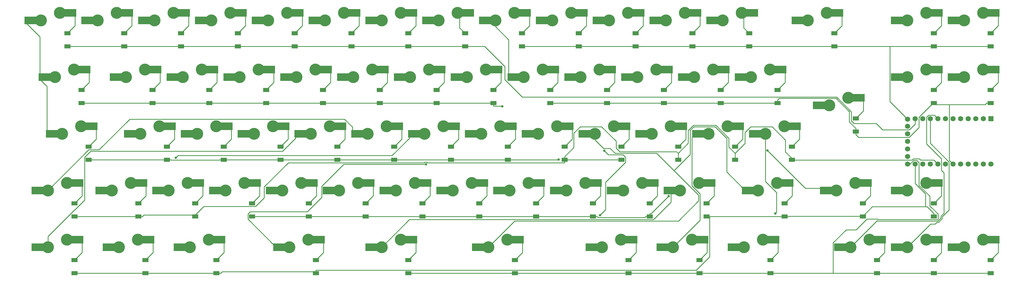
<source format=gbl>
%TF.GenerationSoftware,KiCad,Pcbnew,(5.99.0-12974-ge12f9a194d)*%
%TF.CreationDate,2022-03-06T12:10:11+01:00*%
%TF.ProjectId,lazercut,6c617a65-7263-4757-942e-6b696361645f,rev?*%
%TF.SameCoordinates,Original*%
%TF.FileFunction,Copper,L2,Bot*%
%TF.FilePolarity,Positive*%
%FSLAX46Y46*%
G04 Gerber Fmt 4.6, Leading zero omitted, Abs format (unit mm)*
G04 Created by KiCad (PCBNEW (5.99.0-12974-ge12f9a194d)) date 2022-03-06 12:10:11*
%MOMM*%
%LPD*%
G01*
G04 APERTURE LIST*
%TA.AperFunction,ComponentPad*%
%ADD10C,0.800000*%
%TD*%
%TA.AperFunction,SMDPad,CuDef*%
%ADD11R,4.500000X2.500000*%
%TD*%
%TA.AperFunction,ComponentPad*%
%ADD12C,4.000000*%
%TD*%
%TA.AperFunction,ComponentPad*%
%ADD13R,1.752600X1.752600*%
%TD*%
%TA.AperFunction,ComponentPad*%
%ADD14C,1.752600*%
%TD*%
%TA.AperFunction,SMDPad,CuDef*%
%ADD15R,2.100000X1.400000*%
%TD*%
%TA.AperFunction,ViaPad*%
%ADD16C,0.800000*%
%TD*%
%TA.AperFunction,Conductor*%
%ADD17C,0.250000*%
%TD*%
G04 APERTURE END LIST*
D10*
X254235000Y-31223000D03*
X254235000Y-32747000D03*
D11*
X256040000Y-31985000D03*
D12*
X259315000Y-31985000D03*
D10*
X270745000Y-30207000D03*
D12*
X265665000Y-29445000D03*
D11*
X268967000Y-29445000D03*
D10*
X270745000Y-28683000D03*
X187560000Y-50273000D03*
X187560000Y-51797000D03*
D11*
X189365000Y-51035000D03*
D12*
X192640000Y-51035000D03*
X198990000Y-48495000D03*
D10*
X204070000Y-49257000D03*
D11*
X202292000Y-48495000D03*
D10*
X204070000Y-47733000D03*
X220897500Y-89897000D03*
D11*
X222702500Y-89135000D03*
D12*
X225977500Y-89135000D03*
D10*
X220897500Y-88373000D03*
X237407500Y-87357000D03*
X237407500Y-85833000D03*
D12*
X232327500Y-86595000D03*
D11*
X235629500Y-86595000D03*
D10*
X268522500Y-69323000D03*
D11*
X270327500Y-70085000D03*
D10*
X268522500Y-70847000D03*
D12*
X273602500Y-70085000D03*
D10*
X285032500Y-66783000D03*
X285032500Y-68307000D03*
D12*
X279952500Y-67545000D03*
D11*
X283254500Y-67545000D03*
D10*
X54210000Y-51797000D03*
X54210000Y-50273000D03*
D11*
X56015000Y-51035000D03*
D12*
X59290000Y-51035000D03*
X65640000Y-48495000D03*
D10*
X70720000Y-49257000D03*
X70720000Y-47733000D03*
D11*
X68942000Y-48495000D03*
X98877500Y-70085000D03*
D10*
X97072500Y-69323000D03*
X97072500Y-70847000D03*
D12*
X102152500Y-70085000D03*
D10*
X113582500Y-68307000D03*
D11*
X111804500Y-67545000D03*
D12*
X108502500Y-67545000D03*
D10*
X113582500Y-66783000D03*
D11*
X60777500Y-70085000D03*
D12*
X64052500Y-70085000D03*
D10*
X58972500Y-69323000D03*
X58972500Y-70847000D03*
D12*
X70402500Y-67545000D03*
D10*
X75482500Y-68307000D03*
X75482500Y-66783000D03*
D11*
X73704500Y-67545000D03*
X337002500Y-31985000D03*
D10*
X335197500Y-31223000D03*
D12*
X340277500Y-31985000D03*
D10*
X335197500Y-32747000D03*
X351707500Y-30207000D03*
D11*
X349929500Y-29445000D03*
D12*
X346627500Y-29445000D03*
D10*
X351707500Y-28683000D03*
X101835000Y-31223000D03*
D12*
X106915000Y-31985000D03*
D10*
X101835000Y-32747000D03*
D11*
X103640000Y-31985000D03*
D12*
X113265000Y-29445000D03*
D11*
X116567000Y-29445000D03*
D10*
X118345000Y-30207000D03*
X118345000Y-28683000D03*
D12*
X121202500Y-70085000D03*
D11*
X117927500Y-70085000D03*
D10*
X116122500Y-70847000D03*
X116122500Y-69323000D03*
X132632500Y-66783000D03*
X132632500Y-68307000D03*
D11*
X130854500Y-67545000D03*
D12*
X127552500Y-67545000D03*
D10*
X316147500Y-108947000D03*
D11*
X317952500Y-108185000D03*
D12*
X321227500Y-108185000D03*
D10*
X316147500Y-107423000D03*
X332657500Y-106407000D03*
D12*
X327577500Y-105645000D03*
D10*
X332657500Y-104883000D03*
D11*
X330879500Y-105645000D03*
X294140000Y-89135000D03*
D10*
X292335000Y-88373000D03*
D12*
X297415000Y-89135000D03*
D10*
X292335000Y-89897000D03*
X308845000Y-87357000D03*
D12*
X303765000Y-86595000D03*
D11*
X307067000Y-86595000D03*
D10*
X308845000Y-85833000D03*
D11*
X156027500Y-70085000D03*
D12*
X159302500Y-70085000D03*
D10*
X154222500Y-70847000D03*
X154222500Y-69323000D03*
X170732500Y-68307000D03*
X170732500Y-66783000D03*
D12*
X165652500Y-67545000D03*
D11*
X168954500Y-67545000D03*
D10*
X316147500Y-50273000D03*
X316147500Y-51797000D03*
D11*
X317952500Y-51035000D03*
D12*
X321227500Y-51035000D03*
D10*
X332657500Y-49257000D03*
D11*
X330879500Y-48495000D03*
D12*
X327577500Y-48495000D03*
D10*
X332657500Y-47733000D03*
D12*
X87865000Y-31985000D03*
D10*
X82785000Y-31223000D03*
D11*
X84590000Y-31985000D03*
D10*
X82785000Y-32747000D03*
X99295000Y-30207000D03*
D12*
X94215000Y-29445000D03*
D10*
X99295000Y-28683000D03*
D11*
X97517000Y-29445000D03*
D10*
X32778800Y-69323000D03*
D11*
X34583800Y-70085000D03*
D12*
X37858800Y-70085000D03*
D10*
X32778800Y-70847000D03*
D11*
X47510800Y-67545000D03*
D12*
X44208800Y-67545000D03*
D10*
X49288800Y-68307000D03*
X49288800Y-66783000D03*
D13*
X349250000Y-65024000D03*
D14*
X346710000Y-65024000D03*
X344170000Y-65024000D03*
X341630000Y-65024000D03*
X339090000Y-65024000D03*
X336550000Y-65024000D03*
X334010000Y-65024000D03*
X331470000Y-65024000D03*
X328930000Y-65024000D03*
X326390000Y-65024000D03*
X323850000Y-65024000D03*
X321310000Y-65252600D03*
X321310000Y-80264000D03*
X323850000Y-80264000D03*
X326390000Y-80264000D03*
X328930000Y-80264000D03*
X331470000Y-80264000D03*
X334010000Y-80264000D03*
X336550000Y-80264000D03*
X339090000Y-80264000D03*
X341630000Y-80264000D03*
X344170000Y-80264000D03*
X346710000Y-80264000D03*
X349250000Y-80264000D03*
X321310000Y-67564000D03*
X321310000Y-70104000D03*
X321310000Y-72644000D03*
X321310000Y-75184000D03*
X321310000Y-77724000D03*
D11*
X132215000Y-51035000D03*
D10*
X130410000Y-50273000D03*
X130410000Y-51797000D03*
D12*
X135490000Y-51035000D03*
X141840000Y-48495000D03*
D10*
X146920000Y-49257000D03*
X146920000Y-47733000D03*
D11*
X145142000Y-48495000D03*
D10*
X239947500Y-89897000D03*
D11*
X241752500Y-89135000D03*
D10*
X239947500Y-88373000D03*
D12*
X245027500Y-89135000D03*
X251377500Y-86595000D03*
D10*
X256457500Y-85833000D03*
D11*
X254679500Y-86595000D03*
D10*
X256457500Y-87357000D03*
D11*
X215558800Y-108185000D03*
D12*
X218833800Y-108185000D03*
D10*
X213753800Y-107423000D03*
X213753800Y-108947000D03*
D11*
X228485800Y-105645000D03*
D10*
X230263800Y-104883000D03*
X230263800Y-106407000D03*
D12*
X225183800Y-105645000D03*
X35477500Y-51035000D03*
D10*
X30397500Y-50273000D03*
X30397500Y-51797000D03*
D11*
X32202500Y-51035000D03*
D10*
X46907500Y-47733000D03*
X46907500Y-49257000D03*
D12*
X41827500Y-48495000D03*
D11*
X45129500Y-48495000D03*
D12*
X140252500Y-70085000D03*
D10*
X135172500Y-70847000D03*
X135172500Y-69323000D03*
D11*
X136977500Y-70085000D03*
D10*
X151682500Y-68307000D03*
D11*
X149904500Y-67545000D03*
D10*
X151682500Y-66783000D03*
D12*
X146602500Y-67545000D03*
D11*
X65540000Y-31985000D03*
D10*
X63735000Y-31223000D03*
D12*
X68815000Y-31985000D03*
D10*
X63735000Y-32747000D03*
D11*
X78467000Y-29445000D03*
D10*
X80245000Y-28683000D03*
X80245000Y-30207000D03*
D12*
X75165000Y-29445000D03*
X302177500Y-108185000D03*
D10*
X297097500Y-107423000D03*
D11*
X298902500Y-108185000D03*
D10*
X297097500Y-108947000D03*
X313607500Y-104883000D03*
D11*
X311829500Y-105645000D03*
D10*
X313607500Y-106407000D03*
D12*
X308527500Y-105645000D03*
D10*
X139935000Y-108947000D03*
D12*
X145015000Y-108185000D03*
D10*
X139935000Y-107423000D03*
D11*
X141740000Y-108185000D03*
X154667000Y-105645000D03*
D10*
X156445000Y-104883000D03*
D12*
X151365000Y-105645000D03*
D10*
X156445000Y-106407000D03*
D11*
X170315000Y-51035000D03*
D10*
X168510000Y-50273000D03*
X168510000Y-51797000D03*
D12*
X173590000Y-51035000D03*
D11*
X183242000Y-48495000D03*
D10*
X185020000Y-49257000D03*
X185020000Y-47733000D03*
D12*
X179940000Y-48495000D03*
D10*
X49447500Y-89897000D03*
D12*
X54527500Y-89135000D03*
D11*
X51252500Y-89135000D03*
D10*
X49447500Y-88373000D03*
D12*
X60877500Y-86595000D03*
D11*
X64179500Y-86595000D03*
D10*
X65957500Y-87357000D03*
X65957500Y-85833000D03*
X68497500Y-89897000D03*
X68497500Y-88373000D03*
D11*
X70302500Y-89135000D03*
D12*
X73577500Y-89135000D03*
D11*
X83229500Y-86595000D03*
D10*
X85007500Y-85833000D03*
X85007500Y-87357000D03*
D12*
X79927500Y-86595000D03*
D11*
X146502500Y-89135000D03*
D12*
X149777500Y-89135000D03*
D10*
X144697500Y-88373000D03*
X144697500Y-89897000D03*
X161207500Y-85833000D03*
D11*
X159429500Y-86595000D03*
D10*
X161207500Y-87357000D03*
D12*
X156127500Y-86595000D03*
D10*
X158985000Y-32747000D03*
D11*
X160790000Y-31985000D03*
D10*
X158985000Y-31223000D03*
D12*
X164065000Y-31985000D03*
D11*
X173717000Y-29445000D03*
D10*
X175495000Y-28683000D03*
X175495000Y-30207000D03*
D12*
X170415000Y-29445000D03*
X295033800Y-60560000D03*
D10*
X289953800Y-61322000D03*
D11*
X291758800Y-60560000D03*
D10*
X289953800Y-59798000D03*
D11*
X304685800Y-58020000D03*
D10*
X306463800Y-57258000D03*
D12*
X301383800Y-58020000D03*
D10*
X306463800Y-58782000D03*
X263760000Y-51797000D03*
X263760000Y-50273000D03*
D12*
X268840000Y-51035000D03*
D11*
X265565000Y-51035000D03*
D10*
X280270000Y-47733000D03*
X280270000Y-49257000D03*
D12*
X275190000Y-48495000D03*
D11*
X278492000Y-48495000D03*
X232227500Y-70085000D03*
D10*
X230422500Y-70847000D03*
D12*
X235502500Y-70085000D03*
D10*
X230422500Y-69323000D03*
D11*
X245154500Y-67545000D03*
D12*
X241852500Y-67545000D03*
D10*
X246932500Y-66783000D03*
X246932500Y-68307000D03*
D11*
X110783800Y-108185000D03*
D10*
X108978800Y-107423000D03*
X108978800Y-108947000D03*
D12*
X114058800Y-108185000D03*
D11*
X123710800Y-105645000D03*
D10*
X125488800Y-106407000D03*
D12*
X120408800Y-105645000D03*
D10*
X125488800Y-104883000D03*
X173272500Y-70847000D03*
D11*
X175077500Y-70085000D03*
D12*
X178352500Y-70085000D03*
D10*
X173272500Y-69323000D03*
X189782500Y-68307000D03*
D11*
X188004500Y-67545000D03*
D12*
X184702500Y-67545000D03*
D10*
X189782500Y-66783000D03*
X211372500Y-70847000D03*
X211372500Y-69323000D03*
D12*
X216452500Y-70085000D03*
D11*
X213177500Y-70085000D03*
D12*
X222802500Y-67545000D03*
D10*
X227882500Y-66783000D03*
D11*
X226104500Y-67545000D03*
D10*
X227882500Y-68307000D03*
D11*
X46490000Y-31985000D03*
D10*
X44685000Y-31223000D03*
D12*
X49765000Y-31985000D03*
D10*
X44685000Y-32747000D03*
X61195000Y-30207000D03*
X61195000Y-28683000D03*
D12*
X56115000Y-29445000D03*
D11*
X59417000Y-29445000D03*
D10*
X25635000Y-31223000D03*
X25635000Y-32747000D03*
D11*
X27440000Y-31985000D03*
D12*
X30715000Y-31985000D03*
D10*
X42145000Y-28683000D03*
D12*
X37065000Y-29445000D03*
D11*
X40367000Y-29445000D03*
D10*
X42145000Y-30207000D03*
X237566300Y-107423000D03*
X237566300Y-108947000D03*
D11*
X239371300Y-108185000D03*
D12*
X242646300Y-108185000D03*
X248996300Y-105645000D03*
D10*
X254076300Y-104883000D03*
X254076300Y-106407000D03*
D11*
X252298300Y-105645000D03*
D10*
X87547500Y-88373000D03*
D12*
X92627500Y-89135000D03*
D11*
X89352500Y-89135000D03*
D10*
X87547500Y-89897000D03*
X104057500Y-85833000D03*
D11*
X102279500Y-86595000D03*
D12*
X98977500Y-86595000D03*
D10*
X104057500Y-87357000D03*
X182797500Y-89897000D03*
X182797500Y-88373000D03*
D12*
X187877500Y-89135000D03*
D11*
X184602500Y-89135000D03*
D12*
X194227500Y-86595000D03*
D10*
X199307500Y-85833000D03*
D11*
X197529500Y-86595000D03*
D10*
X199307500Y-87357000D03*
D11*
X208415000Y-51035000D03*
D10*
X206610000Y-51797000D03*
X206610000Y-50273000D03*
D12*
X211690000Y-51035000D03*
X218040000Y-48495000D03*
D10*
X223120000Y-47733000D03*
X223120000Y-49257000D03*
D11*
X221342000Y-48495000D03*
D12*
X206927500Y-89135000D03*
D11*
X203652500Y-89135000D03*
D10*
X201847500Y-88373000D03*
X201847500Y-89897000D03*
D11*
X216579500Y-86595000D03*
D10*
X218357500Y-85833000D03*
X218357500Y-87357000D03*
D12*
X213277500Y-86595000D03*
D10*
X197085000Y-32747000D03*
D11*
X198890000Y-31985000D03*
D12*
X202165000Y-31985000D03*
D10*
X197085000Y-31223000D03*
D12*
X208515000Y-29445000D03*
D10*
X213595000Y-30207000D03*
X213595000Y-28683000D03*
D11*
X211817000Y-29445000D03*
X141740000Y-31985000D03*
D12*
X145015000Y-31985000D03*
D10*
X139935000Y-32747000D03*
X139935000Y-31223000D03*
X156445000Y-30207000D03*
X156445000Y-28683000D03*
D12*
X151365000Y-29445000D03*
D11*
X154667000Y-29445000D03*
X179840000Y-31985000D03*
D10*
X178035000Y-32747000D03*
D12*
X183115000Y-31985000D03*
D10*
X178035000Y-31223000D03*
X194545000Y-28683000D03*
D11*
X192767000Y-29445000D03*
D12*
X189465000Y-29445000D03*
D10*
X194545000Y-30207000D03*
X120885000Y-32747000D03*
D12*
X125965000Y-31985000D03*
D10*
X120885000Y-31223000D03*
D11*
X122690000Y-31985000D03*
D12*
X132315000Y-29445000D03*
D10*
X137395000Y-30207000D03*
D11*
X135617000Y-29445000D03*
D10*
X137395000Y-28683000D03*
X316147500Y-31223000D03*
X316147500Y-32747000D03*
D12*
X321227500Y-31985000D03*
D11*
X317952500Y-31985000D03*
D10*
X332657500Y-28683000D03*
X332657500Y-30207000D03*
D12*
X327577500Y-29445000D03*
D11*
X330879500Y-29445000D03*
D10*
X216135000Y-32747000D03*
D12*
X221215000Y-31985000D03*
D10*
X216135000Y-31223000D03*
D11*
X217940000Y-31985000D03*
X230867000Y-29445000D03*
D10*
X232645000Y-28683000D03*
X232645000Y-30207000D03*
D12*
X227565000Y-29445000D03*
D11*
X194127500Y-70085000D03*
D10*
X192322500Y-70847000D03*
X192322500Y-69323000D03*
D12*
X197402500Y-70085000D03*
D11*
X207054500Y-67545000D03*
D10*
X208832500Y-68307000D03*
X208832500Y-66783000D03*
D12*
X203752500Y-67545000D03*
X240265000Y-31985000D03*
D10*
X235185000Y-31223000D03*
D11*
X236990000Y-31985000D03*
D10*
X235185000Y-32747000D03*
X251695000Y-28683000D03*
X251695000Y-30207000D03*
D11*
X249917000Y-29445000D03*
D12*
X246615000Y-29445000D03*
D11*
X165552500Y-89135000D03*
D10*
X163747500Y-88373000D03*
D12*
X168827500Y-89135000D03*
D10*
X163747500Y-89897000D03*
X180257500Y-85833000D03*
D11*
X178479500Y-86595000D03*
D10*
X180257500Y-87357000D03*
D12*
X175177500Y-86595000D03*
D10*
X51828800Y-108947000D03*
X51828800Y-107423000D03*
D12*
X56908800Y-108185000D03*
D11*
X53633800Y-108185000D03*
D10*
X68338800Y-106407000D03*
X68338800Y-104883000D03*
D12*
X63258800Y-105645000D03*
D11*
X66560800Y-105645000D03*
X94115000Y-51035000D03*
D10*
X92310000Y-50273000D03*
X92310000Y-51797000D03*
D12*
X97390000Y-51035000D03*
D10*
X108820000Y-49257000D03*
D12*
X103740000Y-48495000D03*
D10*
X108820000Y-47733000D03*
D11*
X107042000Y-48495000D03*
D10*
X225660000Y-50273000D03*
D12*
X230740000Y-51035000D03*
D11*
X227465000Y-51035000D03*
D10*
X225660000Y-51797000D03*
D11*
X240392000Y-48495000D03*
D10*
X242170000Y-49257000D03*
X242170000Y-47733000D03*
D12*
X237090000Y-48495000D03*
X33096300Y-108185000D03*
D10*
X28016300Y-107423000D03*
D11*
X29821300Y-108185000D03*
D10*
X28016300Y-108947000D03*
D11*
X42748300Y-105645000D03*
D10*
X44526300Y-104883000D03*
D12*
X39446300Y-105645000D03*
D10*
X44526300Y-106407000D03*
X149460000Y-50273000D03*
X149460000Y-51797000D03*
D12*
X154540000Y-51035000D03*
D11*
X151265000Y-51035000D03*
D10*
X165970000Y-49257000D03*
D11*
X164192000Y-48495000D03*
D12*
X160890000Y-48495000D03*
D10*
X165970000Y-47733000D03*
X73260000Y-50273000D03*
D11*
X75065000Y-51035000D03*
D12*
X78340000Y-51035000D03*
D10*
X73260000Y-51797000D03*
D12*
X84690000Y-48495000D03*
D10*
X89770000Y-47733000D03*
X89770000Y-49257000D03*
D11*
X87992000Y-48495000D03*
D10*
X335197500Y-107423000D03*
D11*
X337002500Y-108185000D03*
D10*
X335197500Y-108947000D03*
D12*
X340277500Y-108185000D03*
D10*
X351707500Y-106407000D03*
D12*
X346627500Y-105645000D03*
D10*
X351707500Y-104883000D03*
D11*
X349929500Y-105645000D03*
D12*
X180733800Y-108185000D03*
D10*
X175653800Y-107423000D03*
X175653800Y-108947000D03*
D11*
X177458800Y-108185000D03*
X190385800Y-105645000D03*
D10*
X192163800Y-104883000D03*
X192163800Y-106407000D03*
D12*
X187083800Y-105645000D03*
X340277500Y-51035000D03*
D11*
X337002500Y-51035000D03*
D10*
X335197500Y-51797000D03*
X335197500Y-50273000D03*
X351707500Y-49257000D03*
D11*
X349929500Y-48495000D03*
D12*
X346627500Y-48495000D03*
D10*
X351707500Y-47733000D03*
D11*
X251277500Y-70085000D03*
D10*
X249472500Y-69323000D03*
X249472500Y-70847000D03*
D12*
X254552500Y-70085000D03*
X260902500Y-67545000D03*
D10*
X265982500Y-66783000D03*
D11*
X264204500Y-67545000D03*
D10*
X265982500Y-68307000D03*
X111360000Y-51797000D03*
D11*
X113165000Y-51035000D03*
D10*
X111360000Y-50273000D03*
D12*
X116440000Y-51035000D03*
D11*
X126092000Y-48495000D03*
D12*
X122790000Y-48495000D03*
D10*
X127870000Y-47733000D03*
X127870000Y-49257000D03*
X282810000Y-32747000D03*
D11*
X284615000Y-31985000D03*
D10*
X282810000Y-31223000D03*
D12*
X287890000Y-31985000D03*
D11*
X297542000Y-29445000D03*
D10*
X299320000Y-30207000D03*
X299320000Y-28683000D03*
D12*
X294240000Y-29445000D03*
D11*
X127452500Y-89135000D03*
D12*
X130727500Y-89135000D03*
D10*
X125647500Y-89897000D03*
X125647500Y-88373000D03*
X142157500Y-87357000D03*
D12*
X137077500Y-86595000D03*
D10*
X142157500Y-85833000D03*
D11*
X140379500Y-86595000D03*
D10*
X106597500Y-89897000D03*
X106597500Y-88373000D03*
D11*
X108402500Y-89135000D03*
D12*
X111677500Y-89135000D03*
D10*
X123107500Y-87357000D03*
D12*
X118027500Y-86595000D03*
D10*
X123107500Y-85833000D03*
D11*
X121329500Y-86595000D03*
D10*
X75641300Y-108947000D03*
D11*
X77446300Y-108185000D03*
D10*
X75641300Y-107423000D03*
D12*
X80721300Y-108185000D03*
X87071300Y-105645000D03*
D11*
X90373300Y-105645000D03*
D10*
X92151300Y-106407000D03*
X92151300Y-104883000D03*
X266141300Y-89897000D03*
D12*
X271221300Y-89135000D03*
D10*
X266141300Y-88373000D03*
D11*
X267946300Y-89135000D03*
D10*
X282651300Y-87357000D03*
D11*
X280873300Y-86595000D03*
D10*
X282651300Y-85833000D03*
D12*
X277571300Y-86595000D03*
D10*
X28016300Y-88373000D03*
X28016300Y-89897000D03*
D11*
X29821300Y-89135000D03*
D12*
X33096300Y-89135000D03*
D10*
X44526300Y-87357000D03*
X44526300Y-85833000D03*
D12*
X39446300Y-86595000D03*
D11*
X42748300Y-86595000D03*
D10*
X244710000Y-51797000D03*
D12*
X249790000Y-51035000D03*
D11*
X246515000Y-51035000D03*
D10*
X244710000Y-50273000D03*
X261220000Y-49257000D03*
X261220000Y-47733000D03*
D11*
X259442000Y-48495000D03*
D12*
X256140000Y-48495000D03*
D10*
X261378800Y-107423000D03*
X261378800Y-108947000D03*
D11*
X263183800Y-108185000D03*
D12*
X266458800Y-108185000D03*
X272808800Y-105645000D03*
D10*
X277888800Y-104883000D03*
X277888800Y-106407000D03*
D11*
X276110800Y-105645000D03*
X79827500Y-70085000D03*
D10*
X78022500Y-69323000D03*
X78022500Y-70847000D03*
D12*
X83102500Y-70085000D03*
D11*
X92754500Y-67545000D03*
D12*
X89452500Y-67545000D03*
D10*
X94532500Y-68307000D03*
X94532500Y-66783000D03*
D12*
X321227500Y-89135000D03*
D10*
X316147500Y-89897000D03*
X316147500Y-88373000D03*
D11*
X317952500Y-89135000D03*
D10*
X332657500Y-85833000D03*
D12*
X327577500Y-86595000D03*
D10*
X332657500Y-87357000D03*
D11*
X330879500Y-86595000D03*
D15*
X311067500Y-112555000D03*
X311067500Y-116955000D03*
X268205000Y-36355000D03*
X268205000Y-40755000D03*
X349167500Y-112555000D03*
X349167500Y-116955000D03*
X149142500Y-74455000D03*
X149142500Y-78855000D03*
X82467500Y-93505000D03*
X82467500Y-97905000D03*
X58655000Y-36355000D03*
X58655000Y-40755000D03*
X230105000Y-36355000D03*
X230105000Y-40755000D03*
X296780000Y-36355000D03*
X296780000Y-40755000D03*
X330117500Y-36355000D03*
X330117500Y-40755000D03*
X196767500Y-93505000D03*
X196767500Y-97905000D03*
X182480000Y-55405000D03*
X182480000Y-59805000D03*
X258680000Y-55405000D03*
X258680000Y-59805000D03*
X306305000Y-93505000D03*
X306305000Y-97905000D03*
X115805000Y-36355000D03*
X115805000Y-40755000D03*
X220580000Y-55405000D03*
X220580000Y-59805000D03*
X96755000Y-36355000D03*
X96755000Y-40755000D03*
X330117500Y-112555000D03*
X330117500Y-116955000D03*
X201530000Y-55405000D03*
X201530000Y-59805000D03*
X249155000Y-36355000D03*
X249155000Y-40755000D03*
X153905000Y-112555000D03*
X153905000Y-116955000D03*
X277730000Y-55405000D03*
X277730000Y-59805000D03*
X134855000Y-36355000D03*
X134855000Y-40755000D03*
X303923800Y-64930000D03*
X303923800Y-69330000D03*
X253917500Y-93505000D03*
X253917500Y-97905000D03*
X130092500Y-74455000D03*
X130092500Y-78855000D03*
X72942500Y-74455000D03*
X72942500Y-78855000D03*
X77705000Y-36355000D03*
X77705000Y-40755000D03*
X144380000Y-55405000D03*
X144380000Y-59805000D03*
X89611300Y-112555000D03*
X89611300Y-116955000D03*
X101517500Y-93505000D03*
X101517500Y-97905000D03*
X65798800Y-112555000D03*
X65798800Y-116955000D03*
X187242500Y-74455000D03*
X187242500Y-78855000D03*
X39605000Y-36355000D03*
X39605000Y-40755000D03*
X44367500Y-55405000D03*
X44367500Y-59805000D03*
X68180000Y-55405000D03*
X68180000Y-59805000D03*
X206292500Y-74455000D03*
X206292500Y-78855000D03*
X106280000Y-55405000D03*
X106280000Y-59805000D03*
X282492500Y-74455000D03*
X282492500Y-78855000D03*
X163430000Y-55405000D03*
X163430000Y-59805000D03*
X251536300Y-112555000D03*
X251536300Y-116955000D03*
X172955000Y-36355000D03*
X172955000Y-40755000D03*
X63417500Y-93505000D03*
X63417500Y-97905000D03*
X211055000Y-36355000D03*
X211055000Y-40755000D03*
X239630000Y-55405000D03*
X239630000Y-59805000D03*
X330117500Y-55405000D03*
X330117500Y-59805000D03*
X227723800Y-112555000D03*
X227723800Y-116955000D03*
X41986300Y-93505000D03*
X41986300Y-97905000D03*
X192005000Y-36355000D03*
X192005000Y-40755000D03*
X153905000Y-36355000D03*
X153905000Y-40755000D03*
X189623800Y-112555000D03*
X189623800Y-116955000D03*
X41986300Y-112555000D03*
X41986300Y-116955000D03*
X330117500Y-93505000D03*
X330117500Y-97905000D03*
X168192500Y-74455000D03*
X168192500Y-78855000D03*
X139617500Y-93505000D03*
X139617500Y-97905000D03*
X177717500Y-93505000D03*
X177717500Y-97905000D03*
X349167500Y-36355000D03*
X349167500Y-40755000D03*
X215817500Y-93505000D03*
X215817500Y-97905000D03*
X280111300Y-93505000D03*
X280111300Y-97905000D03*
X158667500Y-93505000D03*
X158667500Y-97905000D03*
X87230000Y-55405000D03*
X87230000Y-59805000D03*
X122948800Y-112555000D03*
X122948800Y-116955000D03*
X225342500Y-74455000D03*
X225342500Y-78855000D03*
X125330000Y-55405000D03*
X125330000Y-59805000D03*
X349167500Y-55405000D03*
X349167500Y-59805000D03*
X111042500Y-74455000D03*
X111042500Y-78855000D03*
X234867500Y-93505000D03*
X234867500Y-97905000D03*
X46748800Y-74455000D03*
X46748800Y-78855000D03*
X263442500Y-74455000D03*
X263442500Y-78855000D03*
X91992500Y-74455000D03*
X91992500Y-78855000D03*
X275348800Y-112555000D03*
X275348800Y-116955000D03*
X120567500Y-93505000D03*
X120567500Y-97905000D03*
X244392500Y-74455000D03*
X244392500Y-78855000D03*
D16*
X185419200Y-60891300D03*
X204310000Y-78724900D03*
X241247100Y-91000600D03*
X218195400Y-97451100D03*
X219617900Y-75788100D03*
X274330400Y-75728800D03*
X276926300Y-96904200D03*
X75930900Y-78198900D03*
X159841800Y-80356900D03*
D17*
X39605000Y-36355000D02*
X42145000Y-33815000D01*
X40367000Y-29445000D02*
X42145000Y-29445000D01*
X42145000Y-33815000D02*
X42145000Y-30207000D01*
X37065000Y-29445000D02*
X40367000Y-29445000D01*
X42145000Y-29445000D02*
X42145000Y-28683000D01*
X42145000Y-30207000D02*
X42145000Y-29445000D01*
X186303500Y-47545800D02*
X186303500Y-51943700D01*
X303350700Y-66625900D02*
X310802300Y-66625900D01*
X302454900Y-62732100D02*
X302454900Y-65730100D01*
X310802300Y-66625900D02*
X312943300Y-68766900D01*
X95372100Y-40762600D02*
X95379700Y-40755000D01*
X192135600Y-57775800D02*
X297498600Y-57775800D01*
X79087900Y-40762600D02*
X95372100Y-40762600D01*
X186303500Y-51943700D02*
X192135600Y-57775800D01*
X77705000Y-40755000D02*
X79080300Y-40755000D01*
X136230300Y-40755000D02*
X152529700Y-40755000D01*
X153905000Y-40755000D02*
X172955000Y-40755000D01*
X297498600Y-57775800D02*
X302454900Y-62732100D01*
X172955000Y-40755000D02*
X179512700Y-40755000D01*
X79080300Y-40755000D02*
X79087900Y-40762600D01*
X77705000Y-40755000D02*
X58655000Y-40755000D01*
X96755000Y-40755000D02*
X115805000Y-40755000D01*
X96755000Y-40755000D02*
X95379700Y-40755000D01*
X323850000Y-66800500D02*
X323850000Y-65024000D01*
X135542700Y-40755000D02*
X136230300Y-40755000D01*
X179512700Y-40755000D02*
X186303500Y-47545800D01*
X134855000Y-40755000D02*
X117180300Y-40755000D01*
X153217400Y-40755000D02*
X152529700Y-40755000D01*
X153217400Y-40755000D02*
X153905000Y-40755000D01*
X302454900Y-65730100D02*
X303350700Y-66625900D01*
X115805000Y-40755000D02*
X117180300Y-40755000D01*
X135542700Y-40755000D02*
X134855000Y-40755000D01*
X312943300Y-68766900D02*
X321883600Y-68766900D01*
X58655000Y-40755000D02*
X39605000Y-40755000D01*
X321883600Y-68766900D02*
X323850000Y-66800500D01*
X56115000Y-29445000D02*
X59417000Y-29445000D01*
X58655000Y-36355000D02*
X61195000Y-33815000D01*
X61195000Y-33815000D02*
X61195000Y-30207000D01*
X59417000Y-29445000D02*
X60433000Y-29445000D01*
X60433000Y-29445000D02*
X61195000Y-30207000D01*
X61195000Y-28683000D02*
X60433000Y-29445000D01*
X77705000Y-36355000D02*
X80245000Y-33815000D01*
X80245000Y-29445000D02*
X78467000Y-29445000D01*
X80245000Y-33815000D02*
X80245000Y-30207000D01*
X80245000Y-29445000D02*
X80245000Y-28683000D01*
X75165000Y-29445000D02*
X78467000Y-29445000D01*
X80245000Y-30207000D02*
X80245000Y-29445000D01*
X97517000Y-29445000D02*
X98533000Y-29445000D01*
X96755000Y-36355000D02*
X99295000Y-33815000D01*
X94215000Y-29445000D02*
X97517000Y-29445000D01*
X98533000Y-29445000D02*
X99295000Y-30207000D01*
X99295000Y-33815000D02*
X99295000Y-30207000D01*
X98533000Y-29445000D02*
X99295000Y-28683000D01*
X118345000Y-33815000D02*
X118345000Y-30207000D01*
X115805000Y-36355000D02*
X118345000Y-33815000D01*
X118345000Y-28683000D02*
X118345000Y-29445000D01*
X118345000Y-29445000D02*
X118345000Y-30207000D01*
X118345000Y-29445000D02*
X116567000Y-29445000D01*
X116567000Y-29445000D02*
X113265000Y-29445000D01*
X137395000Y-29445000D02*
X135617000Y-29445000D01*
X134855000Y-36355000D02*
X137395000Y-33815000D01*
X135617000Y-29445000D02*
X132315000Y-29445000D01*
X137395000Y-28683000D02*
X137395000Y-29445000D01*
X137395000Y-29445000D02*
X137395000Y-30207000D01*
X137395000Y-33815000D02*
X137395000Y-30207000D01*
X156445000Y-33815000D02*
X156445000Y-30207000D01*
X154667000Y-29445000D02*
X155683000Y-29445000D01*
X155683000Y-29445000D02*
X156445000Y-28683000D01*
X153905000Y-36355000D02*
X156445000Y-33815000D01*
X151365000Y-29445000D02*
X154667000Y-29445000D01*
X155683000Y-29445000D02*
X156445000Y-30207000D01*
X171141700Y-34541700D02*
X171141700Y-29445000D01*
X175495000Y-30207000D02*
X175495000Y-29445000D01*
X170415000Y-29445000D02*
X171141700Y-29445000D01*
X172955000Y-36355000D02*
X171141700Y-34541700D01*
X173717000Y-29445000D02*
X171141700Y-29445000D01*
X175495000Y-29445000D02*
X173717000Y-29445000D01*
X175495000Y-29445000D02*
X175495000Y-28683000D01*
X194545000Y-33815000D02*
X194545000Y-30207000D01*
X194545000Y-30207000D02*
X194545000Y-29445000D01*
X194545000Y-29445000D02*
X194545000Y-28683000D01*
X189465000Y-29445000D02*
X192767000Y-29445000D01*
X192005000Y-36355000D02*
X194545000Y-33815000D01*
X192767000Y-29445000D02*
X194545000Y-29445000D01*
X192005000Y-40755000D02*
X211055000Y-40755000D01*
X330117500Y-40755000D02*
X315377100Y-40755000D01*
X349167500Y-40755000D02*
X330117500Y-40755000D01*
X230105000Y-40755000D02*
X249155000Y-40755000D01*
X211055000Y-40755000D02*
X230105000Y-40755000D01*
X315377100Y-40755000D02*
X315377100Y-59319700D01*
X315377100Y-59319700D02*
X321310000Y-65252600D01*
X315377100Y-40755000D02*
X296780000Y-40755000D01*
X249155000Y-40755000D02*
X268205000Y-40755000D01*
X268205000Y-40755000D02*
X296780000Y-40755000D01*
X212833000Y-29445000D02*
X213595000Y-28683000D01*
X212833000Y-29445000D02*
X213595000Y-30207000D01*
X212833000Y-29445000D02*
X211817000Y-29445000D01*
X213595000Y-33815000D02*
X213595000Y-30207000D01*
X211817000Y-29445000D02*
X208515000Y-29445000D01*
X211055000Y-36355000D02*
X213595000Y-33815000D01*
X232645000Y-30207000D02*
X232645000Y-29445000D01*
X232645000Y-29445000D02*
X230867000Y-29445000D01*
X227565000Y-29445000D02*
X230867000Y-29445000D01*
X232645000Y-29445000D02*
X232645000Y-28683000D01*
X230105000Y-36355000D02*
X232645000Y-33815000D01*
X232645000Y-33815000D02*
X232645000Y-30207000D01*
X250933000Y-29445000D02*
X251695000Y-30207000D01*
X246615000Y-29445000D02*
X249917000Y-29445000D01*
X249917000Y-29445000D02*
X250933000Y-29445000D01*
X250933000Y-29445000D02*
X251695000Y-28683000D01*
X249155000Y-36355000D02*
X251695000Y-33815000D01*
X251695000Y-33815000D02*
X251695000Y-30207000D01*
X266391700Y-34541700D02*
X266391700Y-29445000D01*
X270745000Y-29445000D02*
X270745000Y-30207000D01*
X270745000Y-28683000D02*
X270745000Y-29445000D01*
X268967000Y-29445000D02*
X270745000Y-29445000D01*
X265665000Y-29445000D02*
X266391700Y-29445000D01*
X268205000Y-36355000D02*
X266391700Y-34541700D01*
X268967000Y-29445000D02*
X266391700Y-29445000D01*
X299320000Y-28683000D02*
X299320000Y-29445000D01*
X296780000Y-36355000D02*
X299320000Y-33815000D01*
X299320000Y-33815000D02*
X299320000Y-30207000D01*
X294240000Y-29445000D02*
X297542000Y-29445000D01*
X299320000Y-29445000D02*
X299320000Y-30207000D01*
X299320000Y-29445000D02*
X297542000Y-29445000D01*
X332657500Y-33815000D02*
X330117500Y-36355000D01*
X332657500Y-30207000D02*
X331895500Y-29445000D01*
X331895500Y-29445000D02*
X332657500Y-28683000D01*
X327577500Y-29445000D02*
X330879500Y-29445000D01*
X332657500Y-30207000D02*
X332657500Y-33815000D01*
X330879500Y-29445000D02*
X331895500Y-29445000D01*
X351707500Y-29445000D02*
X351707500Y-30207000D01*
X349929500Y-29445000D02*
X351707500Y-29445000D01*
X346627500Y-29445000D02*
X349929500Y-29445000D01*
X351707500Y-33815000D02*
X351707500Y-30207000D01*
X351707500Y-28683000D02*
X351707500Y-29445000D01*
X349167500Y-36355000D02*
X351707500Y-33815000D01*
X45129500Y-48495000D02*
X46145500Y-48495000D01*
X41827500Y-48495000D02*
X45129500Y-48495000D01*
X46907500Y-49257000D02*
X46145500Y-48495000D01*
X46145500Y-48495000D02*
X46907500Y-47733000D01*
X46907500Y-52865000D02*
X44367500Y-55405000D01*
X46907500Y-49257000D02*
X46907500Y-52865000D01*
X185358200Y-60830300D02*
X185419200Y-60891300D01*
X106280000Y-59805000D02*
X87230000Y-59805000D01*
X163430000Y-59805000D02*
X182480000Y-59805000D01*
X125330000Y-59805000D02*
X106280000Y-59805000D01*
X162054700Y-59805000D02*
X145755300Y-59805000D01*
X162742400Y-59805000D02*
X163430000Y-59805000D01*
X144380000Y-59805000D02*
X125330000Y-59805000D01*
X182480000Y-59805000D02*
X182480000Y-60830300D01*
X182480000Y-60830300D02*
X185358200Y-60830300D01*
X162742400Y-59805000D02*
X162054700Y-59805000D01*
X87230000Y-59805000D02*
X68180000Y-59805000D01*
X68180000Y-59805000D02*
X44367500Y-59805000D01*
X144380000Y-59805000D02*
X145755300Y-59805000D01*
X70720000Y-49257000D02*
X70720000Y-52865000D01*
X69958000Y-48495000D02*
X70720000Y-47733000D01*
X69958000Y-48495000D02*
X68942000Y-48495000D01*
X68942000Y-48495000D02*
X65640000Y-48495000D01*
X69958000Y-48495000D02*
X70720000Y-49257000D01*
X70720000Y-52865000D02*
X68180000Y-55405000D01*
X89008000Y-48495000D02*
X87992000Y-48495000D01*
X89008000Y-48495000D02*
X89770000Y-49257000D01*
X87230000Y-55405000D02*
X89770000Y-52865000D01*
X89008000Y-48495000D02*
X89770000Y-47733000D01*
X89770000Y-52865000D02*
X89770000Y-49257000D01*
X87992000Y-48495000D02*
X84690000Y-48495000D01*
X108058000Y-48495000D02*
X108820000Y-47733000D01*
X103740000Y-48495000D02*
X107042000Y-48495000D01*
X107042000Y-48495000D02*
X108058000Y-48495000D01*
X108820000Y-49257000D02*
X108820000Y-52865000D01*
X108820000Y-52865000D02*
X106280000Y-55405000D01*
X108058000Y-48495000D02*
X108820000Y-49257000D01*
X127870000Y-49257000D02*
X127870000Y-48495000D01*
X125330000Y-55405000D02*
X127870000Y-52865000D01*
X127870000Y-48495000D02*
X127870000Y-47733000D01*
X127870000Y-48495000D02*
X126092000Y-48495000D01*
X127870000Y-52865000D02*
X127870000Y-49257000D01*
X122790000Y-48495000D02*
X126092000Y-48495000D01*
X146158000Y-48495000D02*
X146920000Y-47733000D01*
X144380000Y-55405000D02*
X146920000Y-52865000D01*
X146158000Y-48495000D02*
X145142000Y-48495000D01*
X145142000Y-48495000D02*
X141840000Y-48495000D01*
X146158000Y-48495000D02*
X146920000Y-49257000D01*
X146920000Y-52865000D02*
X146920000Y-49257000D01*
X165970000Y-47733000D02*
X165970000Y-48495000D01*
X164192000Y-48495000D02*
X165970000Y-48495000D01*
X163430000Y-55405000D02*
X165970000Y-52865000D01*
X164192000Y-48495000D02*
X161616700Y-48495000D01*
X160890000Y-48495000D02*
X161616700Y-48495000D01*
X165970000Y-48495000D02*
X165970000Y-49257000D01*
X165970000Y-52865000D02*
X165970000Y-49257000D01*
X185020000Y-52865000D02*
X185020000Y-49257000D01*
X185020000Y-47733000D02*
X185020000Y-48495000D01*
X185020000Y-48495000D02*
X185020000Y-49257000D01*
X179940000Y-48495000D02*
X180666700Y-48495000D01*
X185020000Y-48495000D02*
X183242000Y-48495000D01*
X183242000Y-48495000D02*
X180666700Y-48495000D01*
X182480000Y-55405000D02*
X185020000Y-52865000D01*
X204070000Y-48495000D02*
X204070000Y-49257000D01*
X204070000Y-52865000D02*
X204070000Y-49257000D01*
X201530000Y-55405000D02*
X204070000Y-52865000D01*
X204070000Y-48495000D02*
X202292000Y-48495000D01*
X202292000Y-48495000D02*
X198990000Y-48495000D01*
X204070000Y-47733000D02*
X204070000Y-48495000D01*
X330117500Y-60317600D02*
X329382700Y-60317600D01*
X325120000Y-68001700D02*
X321801400Y-71320300D01*
X335280000Y-60317600D02*
X330117500Y-60317600D01*
X321801400Y-71320300D02*
X304888800Y-71320300D01*
X347279600Y-60317600D02*
X347792200Y-59805000D01*
X277730000Y-59805000D02*
X277730000Y-58779700D01*
X304888800Y-71320300D02*
X303923800Y-70355300D01*
X325120000Y-64580300D02*
X325120000Y-68001700D01*
X201530000Y-59805000D02*
X220580000Y-59805000D01*
X330117500Y-59805000D02*
X330117500Y-60317600D01*
X220580000Y-59805000D02*
X221955300Y-59805000D01*
X297312100Y-58226200D02*
X301779600Y-62693700D01*
X277730000Y-59805000D02*
X258680000Y-59805000D01*
X335280000Y-78994000D02*
X336550000Y-80264000D01*
X238254700Y-59805000D02*
X221955300Y-59805000D01*
X301779600Y-66160500D02*
X303923800Y-68304700D01*
X329382700Y-60317600D02*
X325120000Y-64580300D01*
X277730000Y-58779700D02*
X278283500Y-58226200D01*
X301779600Y-62693700D02*
X301779600Y-66160500D01*
X239630000Y-59805000D02*
X238254700Y-59805000D01*
X303923800Y-69330000D02*
X303923800Y-68304700D01*
X303923800Y-69330000D02*
X303923800Y-70355300D01*
X335280000Y-60317600D02*
X347279600Y-60317600D01*
X349167500Y-59805000D02*
X347792200Y-59805000D01*
X278283500Y-58226200D02*
X297312100Y-58226200D01*
X258680000Y-59805000D02*
X239630000Y-59805000D01*
X335280000Y-60317600D02*
X335280000Y-78994000D01*
X222358000Y-48495000D02*
X223120000Y-49257000D01*
X222358000Y-48495000D02*
X221342000Y-48495000D01*
X223120000Y-52865000D02*
X223120000Y-49257000D01*
X220580000Y-55405000D02*
X223120000Y-52865000D01*
X221342000Y-48495000D02*
X218040000Y-48495000D01*
X223120000Y-47733000D02*
X222358000Y-48495000D01*
X237090000Y-48495000D02*
X237816700Y-48495000D01*
X242170000Y-47733000D02*
X242170000Y-48495000D01*
X242170000Y-48495000D02*
X240392000Y-48495000D01*
X239630000Y-55405000D02*
X242170000Y-52865000D01*
X240392000Y-48495000D02*
X237816700Y-48495000D01*
X242170000Y-52865000D02*
X242170000Y-49257000D01*
X242170000Y-48495000D02*
X242170000Y-49257000D01*
X259442000Y-48495000D02*
X260458000Y-48495000D01*
X256140000Y-48495000D02*
X259442000Y-48495000D01*
X261220000Y-52865000D02*
X261220000Y-49257000D01*
X260458000Y-48495000D02*
X261220000Y-47733000D01*
X260458000Y-48495000D02*
X261220000Y-49257000D01*
X258680000Y-55405000D02*
X261220000Y-52865000D01*
X278492000Y-48495000D02*
X279508000Y-48495000D01*
X280270000Y-49257000D02*
X280270000Y-52865000D01*
X280270000Y-52865000D02*
X277730000Y-55405000D01*
X279508000Y-48495000D02*
X280270000Y-47733000D01*
X280270000Y-49257000D02*
X279508000Y-48495000D01*
X275190000Y-48495000D02*
X278492000Y-48495000D01*
X303923800Y-64930000D02*
X306463800Y-62390000D01*
X306463800Y-58020000D02*
X306463800Y-57258000D01*
X301383800Y-58020000D02*
X304685800Y-58020000D01*
X306463800Y-62390000D02*
X306463800Y-58782000D01*
X306463800Y-58782000D02*
X306463800Y-58020000D01*
X304685800Y-58020000D02*
X306463800Y-58020000D01*
X332657500Y-52865000D02*
X332657500Y-49257000D01*
X327577500Y-48495000D02*
X328304200Y-48495000D01*
X330879500Y-48495000D02*
X328304200Y-48495000D01*
X330879500Y-48495000D02*
X332657500Y-48495000D01*
X332657500Y-47733000D02*
X332657500Y-48495000D01*
X332657500Y-48495000D02*
X332657500Y-49257000D01*
X330117500Y-55405000D02*
X332657500Y-52865000D01*
X349167500Y-55405000D02*
X351707500Y-52865000D01*
X351707500Y-52865000D02*
X351707500Y-49257000D01*
X351707500Y-48495000D02*
X351707500Y-49257000D01*
X349929500Y-48495000D02*
X351707500Y-48495000D01*
X351707500Y-47733000D02*
X351707500Y-48495000D01*
X346627500Y-48495000D02*
X349929500Y-48495000D01*
X49288800Y-71915000D02*
X49288800Y-68307000D01*
X44208800Y-67545000D02*
X47510800Y-67545000D01*
X49288800Y-66783000D02*
X49288800Y-67545000D01*
X49288800Y-67545000D02*
X49288800Y-68307000D01*
X49288800Y-67545000D02*
X47510800Y-67545000D01*
X46748800Y-74455000D02*
X49288800Y-71915000D01*
X90545300Y-78926900D02*
X90617200Y-78855000D01*
X72942500Y-78855000D02*
X74317800Y-78855000D01*
X91992500Y-78855000D02*
X93367800Y-78855000D01*
X74317800Y-78855000D02*
X74389700Y-78926900D01*
X74389700Y-78926900D02*
X90545300Y-78926900D01*
X204310000Y-78724900D02*
X204179900Y-78855000D01*
X112417800Y-78855000D02*
X130092500Y-78855000D01*
X130092500Y-78855000D02*
X147767200Y-78855000D01*
X149142500Y-78855000D02*
X168192500Y-78855000D01*
X91992500Y-78855000D02*
X90617200Y-78855000D01*
X187242500Y-78855000D02*
X188617800Y-78855000D01*
X111042500Y-78855000D02*
X109667200Y-78855000D01*
X111042500Y-78855000D02*
X112417800Y-78855000D01*
X168192500Y-78855000D02*
X187242500Y-78855000D01*
X149142500Y-78855000D02*
X147767200Y-78855000D01*
X93367800Y-78855000D02*
X109667200Y-78855000D01*
X46748800Y-78855000D02*
X72942500Y-78855000D01*
X204179900Y-78855000D02*
X188617800Y-78855000D01*
X73704500Y-67545000D02*
X70402500Y-67545000D01*
X75482500Y-71915000D02*
X72942500Y-74455000D01*
X75482500Y-68307000D02*
X75482500Y-71915000D01*
X74720500Y-67545000D02*
X75482500Y-66783000D01*
X74720500Y-67545000D02*
X75482500Y-68307000D01*
X74720500Y-67545000D02*
X73704500Y-67545000D01*
X91992500Y-74455000D02*
X94532500Y-71915000D01*
X94532500Y-71915000D02*
X94532500Y-68307000D01*
X94532500Y-66783000D02*
X94532500Y-67545000D01*
X89452500Y-67545000D02*
X92754500Y-67545000D01*
X94532500Y-67545000D02*
X92754500Y-67545000D01*
X94532500Y-67545000D02*
X94532500Y-68307000D01*
X113582500Y-67545000D02*
X113582500Y-68307000D01*
X113582500Y-67545000D02*
X111804500Y-67545000D01*
X113582500Y-66783000D02*
X113582500Y-67545000D01*
X113582500Y-68307000D02*
X113582500Y-71915000D01*
X113582500Y-71915000D02*
X111042500Y-74455000D01*
X111804500Y-67545000D02*
X108502500Y-67545000D01*
X130854500Y-67545000D02*
X131870500Y-67545000D01*
X130092500Y-74455000D02*
X132632500Y-71915000D01*
X131870500Y-67545000D02*
X132632500Y-68307000D01*
X131870500Y-67545000D02*
X132632500Y-66783000D01*
X132632500Y-71915000D02*
X132632500Y-68307000D01*
X127552500Y-67545000D02*
X130854500Y-67545000D01*
X151682500Y-67545000D02*
X151682500Y-68307000D01*
X149142500Y-74455000D02*
X151682500Y-71915000D01*
X149904500Y-67545000D02*
X151682500Y-67545000D01*
X151682500Y-66783000D02*
X151682500Y-67545000D01*
X151682500Y-71915000D02*
X151682500Y-68307000D01*
X149904500Y-67545000D02*
X147329200Y-67545000D01*
X146602500Y-67545000D02*
X147329200Y-67545000D01*
X170732500Y-71915000D02*
X170732500Y-68307000D01*
X165652500Y-67545000D02*
X168954500Y-67545000D01*
X168192500Y-74455000D02*
X170732500Y-71915000D01*
X168954500Y-67545000D02*
X169970500Y-67545000D01*
X169970500Y-67545000D02*
X170732500Y-68307000D01*
X169970500Y-67545000D02*
X170732500Y-66783000D01*
X189782500Y-66783000D02*
X189782500Y-67545000D01*
X189782500Y-71915000D02*
X189782500Y-68307000D01*
X189782500Y-67545000D02*
X189782500Y-68307000D01*
X187242500Y-74455000D02*
X189782500Y-71915000D01*
X184702500Y-67545000D02*
X188004500Y-67545000D01*
X188004500Y-67545000D02*
X189782500Y-67545000D01*
X208070500Y-67545000D02*
X208832500Y-68307000D01*
X208832500Y-68307000D02*
X208832500Y-71915000D01*
X208832500Y-71915000D02*
X206292500Y-74455000D01*
X203752500Y-67545000D02*
X207054500Y-67545000D01*
X208070500Y-67545000D02*
X208832500Y-66783000D01*
X207054500Y-67545000D02*
X208070500Y-67545000D01*
X280359100Y-72224600D02*
X280359100Y-76208900D01*
X249471200Y-67290500D02*
X257007100Y-67290500D01*
X224785500Y-76108100D02*
X223593700Y-74916300D01*
X261356100Y-74594300D02*
X263449800Y-76688000D01*
X65305500Y-97392300D02*
X82467500Y-97392300D01*
X268698100Y-67750500D02*
X275885000Y-67750500D01*
X244392500Y-76655000D02*
X244405700Y-76655000D01*
X243845600Y-76108100D02*
X224785500Y-76108100D01*
X325570400Y-78753900D02*
X325306700Y-78490200D01*
X322808800Y-78940500D02*
X283090700Y-78940500D01*
X280359100Y-76208900D02*
X282492500Y-78342300D01*
X64792800Y-97905000D02*
X65305500Y-97392300D01*
X263449800Y-76688000D02*
X266779900Y-73357900D01*
X82467500Y-97905000D02*
X82467500Y-97392300D01*
X266779900Y-73357900D02*
X266779900Y-69668700D01*
X282492500Y-78855000D02*
X282492500Y-78342300D01*
X211577900Y-67721600D02*
X209406600Y-69892900D01*
X323259100Y-78490200D02*
X322808800Y-78940500D01*
X223593700Y-74916300D02*
X223593700Y-72604900D01*
X206292500Y-79880300D02*
X160391000Y-79880300D01*
X225342500Y-78855000D02*
X206292500Y-78855000D01*
X261356100Y-71639500D02*
X261356100Y-74594300D01*
X325306700Y-78490200D02*
X323259100Y-78490200D01*
X283090700Y-78940500D02*
X282492500Y-78342300D01*
X85329500Y-94530300D02*
X82467500Y-97392300D01*
X102702300Y-94530300D02*
X85329500Y-94530300D01*
X63417500Y-97905000D02*
X64792800Y-97905000D01*
X244392500Y-78855000D02*
X244392500Y-77829700D01*
X105604900Y-87937800D02*
X105604900Y-91627700D01*
X275885000Y-67750500D02*
X280359100Y-72224600D01*
X247765700Y-73295000D02*
X247765700Y-68996000D01*
X206292500Y-78855000D02*
X206292500Y-77829700D01*
X330146500Y-78940500D02*
X325570400Y-78940500D01*
X223593700Y-72604900D02*
X218710400Y-67721600D01*
X209406600Y-69892900D02*
X209406600Y-74715600D01*
X206292500Y-78855000D02*
X206292500Y-79880300D01*
X63417500Y-97905000D02*
X41986300Y-97905000D01*
X244392500Y-76655000D02*
X243845600Y-76108100D01*
X160391000Y-79880300D02*
X160142300Y-79631600D01*
X266779900Y-69668700D02*
X268698100Y-67750500D01*
X244392500Y-76655000D02*
X244392500Y-77829700D01*
X257007100Y-67290500D02*
X261356100Y-71639500D01*
X263442500Y-77829700D02*
X263442500Y-76695300D01*
X244405700Y-76655000D02*
X247765700Y-73295000D01*
X218710400Y-67721600D02*
X211577900Y-67721600D01*
X325570400Y-78940500D02*
X325570400Y-78753900D01*
X105604900Y-91627700D02*
X102702300Y-94530300D01*
X263442500Y-76695300D02*
X263449800Y-76688000D01*
X331470000Y-80264000D02*
X330146500Y-78940500D01*
X209406600Y-74715600D02*
X206292500Y-77829700D01*
X113662400Y-79880300D02*
X105604900Y-87937800D01*
X247765700Y-68996000D02*
X249471200Y-67290500D01*
X263442500Y-78855000D02*
X263442500Y-77829700D01*
X159541400Y-79631600D02*
X159292700Y-79880300D01*
X160142300Y-79631600D02*
X159541400Y-79631600D01*
X159292700Y-79880300D02*
X113662400Y-79880300D01*
X226104500Y-67545000D02*
X222802500Y-67545000D01*
X227882500Y-71915000D02*
X227882500Y-68307000D01*
X227882500Y-67545000D02*
X226104500Y-67545000D01*
X227882500Y-67545000D02*
X227882500Y-66783000D01*
X227882500Y-68307000D02*
X227882500Y-67545000D01*
X225342500Y-74455000D02*
X227882500Y-71915000D01*
X246932500Y-71915000D02*
X246932500Y-68307000D01*
X246932500Y-67545000D02*
X245154500Y-67545000D01*
X244392500Y-74455000D02*
X246932500Y-71915000D01*
X246932500Y-68307000D02*
X246932500Y-67545000D01*
X246932500Y-67545000D02*
X246932500Y-66783000D01*
X241852500Y-67545000D02*
X245154500Y-67545000D01*
X265982500Y-71915000D02*
X265982500Y-68307000D01*
X265982500Y-68307000D02*
X265982500Y-67545000D01*
X264204500Y-67545000D02*
X260902500Y-67545000D01*
X265982500Y-67545000D02*
X265982500Y-66783000D01*
X263442500Y-74455000D02*
X265982500Y-71915000D01*
X265982500Y-67545000D02*
X264204500Y-67545000D01*
X284270500Y-67545000D02*
X285032500Y-66783000D01*
X283254500Y-67545000D02*
X279952500Y-67545000D01*
X285032500Y-68307000D02*
X285032500Y-71915000D01*
X285032500Y-71915000D02*
X282492500Y-74455000D01*
X285032500Y-68307000D02*
X284270500Y-67545000D01*
X284270500Y-67545000D02*
X283254500Y-67545000D01*
X43764300Y-86595000D02*
X44526300Y-85833000D01*
X44526300Y-90965000D02*
X44526300Y-87357000D01*
X43764300Y-86595000D02*
X44526300Y-87357000D01*
X39446300Y-86595000D02*
X42748300Y-86595000D01*
X41986300Y-93505000D02*
X44526300Y-90965000D01*
X42748300Y-86595000D02*
X43764300Y-86595000D01*
X64179500Y-86595000D02*
X60877500Y-86595000D01*
X63417500Y-93505000D02*
X65957500Y-90965000D01*
X65957500Y-85833000D02*
X65957500Y-86595000D01*
X65957500Y-86595000D02*
X65957500Y-87357000D01*
X65957500Y-86595000D02*
X64179500Y-86595000D01*
X65957500Y-90965000D02*
X65957500Y-87357000D01*
X85007500Y-87357000D02*
X85007500Y-90965000D01*
X84245500Y-86595000D02*
X85007500Y-87357000D01*
X83229500Y-86595000D02*
X84245500Y-86595000D01*
X79927500Y-86595000D02*
X83229500Y-86595000D01*
X85007500Y-90965000D02*
X82467500Y-93505000D01*
X84245500Y-86595000D02*
X85007500Y-85833000D01*
X104057500Y-86595000D02*
X104057500Y-85833000D01*
X98977500Y-86595000D02*
X102279500Y-86595000D01*
X101517500Y-93505000D02*
X104057500Y-90965000D01*
X104057500Y-87357000D02*
X104057500Y-86595000D01*
X104057500Y-90965000D02*
X104057500Y-87357000D01*
X102279500Y-86595000D02*
X104057500Y-86595000D01*
X215817500Y-97905000D02*
X214442200Y-97905000D01*
X233187200Y-98210000D02*
X233492200Y-97905000D01*
X215817500Y-97905000D02*
X217192800Y-97905000D01*
X234867500Y-97905000D02*
X234867500Y-96879700D01*
X234867500Y-97905000D02*
X233492200Y-97905000D01*
X139617500Y-97905000D02*
X120567500Y-97905000D01*
X217497800Y-98210000D02*
X233187200Y-98210000D01*
X234867500Y-96879700D02*
X235368000Y-96879700D01*
X179092800Y-97905000D02*
X195392200Y-97905000D01*
X235368000Y-96879700D02*
X241247100Y-91000600D01*
X139617500Y-97905000D02*
X158667500Y-97905000D01*
X158667500Y-97905000D02*
X177717500Y-97905000D01*
X177717500Y-97905000D02*
X179092800Y-97905000D01*
X120567500Y-97905000D02*
X101517500Y-97905000D01*
X198142800Y-97905000D02*
X214442200Y-97905000D01*
X196767500Y-97905000D02*
X198142800Y-97905000D01*
X196767500Y-97905000D02*
X195392200Y-97905000D01*
X217192800Y-97905000D02*
X217497800Y-98210000D01*
X121329500Y-86595000D02*
X122345500Y-86595000D01*
X123107500Y-90965000D02*
X120567500Y-93505000D01*
X123107500Y-87357000D02*
X123107500Y-90965000D01*
X122345500Y-86595000D02*
X123107500Y-85833000D01*
X118027500Y-86595000D02*
X118754200Y-86595000D01*
X121329500Y-86595000D02*
X118754200Y-86595000D01*
X122345500Y-86595000D02*
X123107500Y-87357000D01*
X141395500Y-86595000D02*
X142157500Y-87357000D01*
X139617500Y-93505000D02*
X142157500Y-90965000D01*
X137077500Y-86595000D02*
X140379500Y-86595000D01*
X140379500Y-86595000D02*
X141395500Y-86595000D01*
X141395500Y-86595000D02*
X142157500Y-85833000D01*
X142157500Y-90965000D02*
X142157500Y-87357000D01*
X161207500Y-86595000D02*
X161207500Y-85833000D01*
X161207500Y-87357000D02*
X161207500Y-86595000D01*
X161207500Y-90965000D02*
X161207500Y-87357000D01*
X159429500Y-86595000D02*
X161207500Y-86595000D01*
X156127500Y-86595000D02*
X159429500Y-86595000D01*
X158667500Y-93505000D02*
X161207500Y-90965000D01*
X175177500Y-86595000D02*
X175904200Y-86595000D01*
X177191900Y-86595000D02*
X175904200Y-86595000D01*
X177191900Y-86595000D02*
X178479500Y-86595000D01*
X180257500Y-86595000D02*
X180257500Y-85833000D01*
X177717500Y-93505000D02*
X180257500Y-90965000D01*
X178479500Y-86595000D02*
X180257500Y-86595000D01*
X180257500Y-90965000D02*
X180257500Y-87357000D01*
X180257500Y-87357000D02*
X180257500Y-86595000D01*
X199307500Y-86595000D02*
X197529500Y-86595000D01*
X199307500Y-87357000D02*
X199307500Y-90965000D01*
X199307500Y-87357000D02*
X199307500Y-86595000D01*
X199307500Y-86595000D02*
X199307500Y-85833000D01*
X197529500Y-86595000D02*
X194227500Y-86595000D01*
X199307500Y-90965000D02*
X196767500Y-93505000D01*
X213277500Y-86595000D02*
X214004200Y-86595000D01*
X218357500Y-87357000D02*
X218357500Y-86595000D01*
X218357500Y-86595000D02*
X216579500Y-86595000D01*
X218357500Y-86595000D02*
X218357500Y-85833000D01*
X218357500Y-90965000D02*
X218357500Y-87357000D01*
X216579500Y-86595000D02*
X214004200Y-86595000D01*
X215817500Y-93505000D02*
X218357500Y-90965000D01*
X234867500Y-93505000D02*
X237407500Y-90965000D01*
X235629500Y-86595000D02*
X233054200Y-86595000D01*
X236645500Y-86595000D02*
X237407500Y-85833000D01*
X232327500Y-86595000D02*
X233054200Y-86595000D01*
X235629500Y-86595000D02*
X236645500Y-86595000D01*
X236645500Y-86595000D02*
X237407500Y-87357000D01*
X237407500Y-90965000D02*
X237407500Y-87357000D01*
X256457500Y-86595000D02*
X256457500Y-85833000D01*
X253917500Y-93505000D02*
X256457500Y-90965000D01*
X254679500Y-86595000D02*
X251377500Y-86595000D01*
X256457500Y-86595000D02*
X254679500Y-86595000D01*
X256457500Y-87357000D02*
X256457500Y-86595000D01*
X256457500Y-90965000D02*
X256457500Y-87357000D01*
X91499300Y-116442300D02*
X90986600Y-116955000D01*
X330117500Y-97905000D02*
X330117500Y-96879700D01*
X327358700Y-90318300D02*
X327358700Y-94622300D01*
X280111300Y-97905000D02*
X254917100Y-97905000D01*
X280111300Y-97905000D02*
X281486600Y-97905000D01*
X327358700Y-94622300D02*
X309475200Y-94622300D01*
X330117500Y-96879700D02*
X327860100Y-94622300D01*
X250406700Y-115929700D02*
X122948800Y-115929700D01*
X122948800Y-116955000D02*
X122948800Y-116442300D01*
X89611300Y-116955000D02*
X90986600Y-116955000D01*
X254917100Y-97905000D02*
X254917100Y-111419300D01*
X254917100Y-111419300D02*
X250406700Y-115929700D01*
X306305000Y-97792500D02*
X281599100Y-97792500D01*
X327860100Y-94622300D02*
X327358700Y-94622300D01*
X306305000Y-97905000D02*
X306305000Y-97792500D01*
X254917100Y-97905000D02*
X253917500Y-97905000D01*
X281599100Y-97792500D02*
X281486600Y-97905000D01*
X122948800Y-116442300D02*
X91499300Y-116442300D01*
X65798800Y-116955000D02*
X89611300Y-116955000D01*
X122948800Y-116442300D02*
X122948800Y-115929700D01*
X309475200Y-94622300D02*
X306305000Y-97792500D01*
X323850000Y-86809600D02*
X327358700Y-90318300D01*
X41986300Y-116955000D02*
X65798800Y-116955000D01*
X323850000Y-80264000D02*
X323850000Y-86809600D01*
X280873300Y-86595000D02*
X282651300Y-86595000D01*
X277571300Y-86595000D02*
X280873300Y-86595000D01*
X282651300Y-85833000D02*
X282651300Y-86595000D01*
X282651300Y-86595000D02*
X282651300Y-87357000D01*
X282651300Y-87357000D02*
X282651300Y-90965000D01*
X282651300Y-90965000D02*
X280111300Y-93505000D01*
X306305000Y-93505000D02*
X308845000Y-90965000D01*
X303765000Y-86595000D02*
X307067000Y-86595000D01*
X308845000Y-85833000D02*
X308845000Y-86595000D01*
X307067000Y-86595000D02*
X308845000Y-86595000D01*
X308845000Y-86595000D02*
X308845000Y-87357000D01*
X308845000Y-90965000D02*
X308845000Y-87357000D01*
X331895500Y-86595000D02*
X332657500Y-85833000D01*
X330117500Y-93505000D02*
X332657500Y-90965000D01*
X331895500Y-86595000D02*
X330879500Y-86595000D01*
X331895500Y-86595000D02*
X332657500Y-87357000D01*
X330879500Y-86595000D02*
X327577500Y-86595000D01*
X332657500Y-90965000D02*
X332657500Y-87357000D01*
X41986300Y-112555000D02*
X44526300Y-110015000D01*
X44526300Y-110015000D02*
X44526300Y-106407000D01*
X44526300Y-105645000D02*
X42748300Y-105645000D01*
X44526300Y-106407000D02*
X44526300Y-105645000D01*
X44526300Y-105645000D02*
X44526300Y-104883000D01*
X39446300Y-105645000D02*
X42748300Y-105645000D01*
X68338800Y-110015000D02*
X68338800Y-106407000D01*
X65798800Y-112555000D02*
X68338800Y-110015000D01*
X63258800Y-105645000D02*
X66560800Y-105645000D01*
X66560800Y-105645000D02*
X67576800Y-105645000D01*
X67576800Y-105645000D02*
X68338800Y-104883000D01*
X67576800Y-105645000D02*
X68338800Y-106407000D01*
X92151300Y-105645000D02*
X92151300Y-106407000D01*
X92151300Y-110015000D02*
X92151300Y-106407000D01*
X92151300Y-105645000D02*
X90373300Y-105645000D01*
X89611300Y-112555000D02*
X92151300Y-110015000D01*
X92151300Y-104883000D02*
X92151300Y-105645000D01*
X90373300Y-105645000D02*
X87071300Y-105645000D01*
X125488800Y-105645000D02*
X125488800Y-106407000D01*
X125488800Y-105645000D02*
X123710800Y-105645000D01*
X125488800Y-110015000D02*
X125488800Y-106407000D01*
X122948800Y-112555000D02*
X125488800Y-110015000D01*
X125488800Y-104883000D02*
X125488800Y-105645000D01*
X120408800Y-105645000D02*
X123710800Y-105645000D01*
X153905000Y-112555000D02*
X156445000Y-110015000D01*
X154667000Y-105645000D02*
X156445000Y-105645000D01*
X156445000Y-110015000D02*
X156445000Y-106407000D01*
X151365000Y-105645000D02*
X154667000Y-105645000D01*
X156445000Y-106407000D02*
X156445000Y-105645000D01*
X156445000Y-105645000D02*
X156445000Y-104883000D01*
X307648900Y-98771200D02*
X311272900Y-98771200D01*
X189623800Y-116955000D02*
X227723800Y-116955000D01*
X330117500Y-116955000D02*
X311067500Y-116955000D01*
X329161800Y-94858200D02*
X328742100Y-94438500D01*
X227723800Y-116955000D02*
X251536300Y-116955000D01*
X329301900Y-94858200D02*
X329161800Y-94858200D01*
X153905000Y-116955000D02*
X189623800Y-116955000D01*
X328742100Y-94438500D02*
X328742100Y-91064800D01*
X325120100Y-79777600D02*
X324395500Y-79053000D01*
X322122200Y-80264000D02*
X321310000Y-80264000D01*
X323333200Y-79053000D02*
X322122200Y-80264000D01*
X331520900Y-98714600D02*
X331520900Y-97077200D01*
X311272900Y-98771200D02*
X311432100Y-98930400D01*
X296326900Y-106727600D02*
X300690700Y-102363800D01*
X304056300Y-102363800D02*
X307648900Y-98771200D01*
X300690700Y-102363800D02*
X304056300Y-102363800D01*
X328742100Y-91064800D02*
X325120100Y-87442800D01*
X311067500Y-116955000D02*
X296326900Y-116955000D01*
X324395500Y-79053000D02*
X323333200Y-79053000D01*
X296326900Y-116955000D02*
X296326900Y-106727600D01*
X296326900Y-116955000D02*
X275348800Y-116955000D01*
X331305100Y-98930400D02*
X331520900Y-98714600D01*
X325120100Y-87442800D02*
X325120100Y-79777600D01*
X330117500Y-116955000D02*
X349167500Y-116955000D01*
X311432100Y-98930400D02*
X331305100Y-98930400D01*
X331520900Y-97077200D02*
X329301900Y-94858200D01*
X251536300Y-116955000D02*
X275348800Y-116955000D01*
X189623800Y-112555000D02*
X192163800Y-110015000D01*
X190385800Y-105645000D02*
X187810500Y-105645000D01*
X192163800Y-105645000D02*
X192163800Y-104883000D01*
X192163800Y-106407000D02*
X192163800Y-105645000D01*
X187083800Y-105645000D02*
X187810500Y-105645000D01*
X192163800Y-110015000D02*
X192163800Y-106407000D01*
X192163800Y-105645000D02*
X190385800Y-105645000D01*
X230263800Y-105645000D02*
X228485800Y-105645000D01*
X230263800Y-106407000D02*
X230263800Y-105645000D01*
X228485800Y-105645000D02*
X225910500Y-105645000D01*
X225183800Y-105645000D02*
X225910500Y-105645000D01*
X230263800Y-105645000D02*
X230263800Y-104883000D01*
X227723800Y-112555000D02*
X230263800Y-110015000D01*
X230263800Y-110015000D02*
X230263800Y-106407000D01*
X251536300Y-112555000D02*
X254076300Y-110015000D01*
X252298300Y-105645000D02*
X248996300Y-105645000D01*
X253314300Y-105645000D02*
X252298300Y-105645000D01*
X253314300Y-105645000D02*
X254076300Y-104883000D01*
X253314300Y-105645000D02*
X254076300Y-106407000D01*
X254076300Y-110015000D02*
X254076300Y-106407000D01*
X277126800Y-105645000D02*
X277888800Y-106407000D01*
X275348800Y-112555000D02*
X277888800Y-110015000D01*
X277888800Y-110015000D02*
X277888800Y-106407000D01*
X277126800Y-105645000D02*
X277888800Y-104883000D01*
X277126800Y-105645000D02*
X276110800Y-105645000D01*
X276110800Y-105645000D02*
X272808800Y-105645000D01*
X311067500Y-112555000D02*
X313607500Y-110015000D01*
X313607500Y-110015000D02*
X313607500Y-106407000D01*
X313607500Y-106407000D02*
X313607500Y-105645000D01*
X308527500Y-105645000D02*
X311829500Y-105645000D01*
X313607500Y-105645000D02*
X313607500Y-104883000D01*
X311829500Y-105645000D02*
X313607500Y-105645000D01*
X330117500Y-112555000D02*
X332657500Y-110015000D01*
X330879500Y-105645000D02*
X331895500Y-105645000D01*
X332657500Y-104883000D02*
X331895500Y-105645000D01*
X327577500Y-105645000D02*
X330879500Y-105645000D01*
X332657500Y-110015000D02*
X332657500Y-106407000D01*
X331895500Y-105645000D02*
X332657500Y-106407000D01*
X351707500Y-110015000D02*
X351707500Y-106407000D01*
X350945500Y-105645000D02*
X351707500Y-106407000D01*
X349929500Y-105645000D02*
X346627500Y-105645000D01*
X349167500Y-112555000D02*
X351707500Y-110015000D01*
X350945500Y-105645000D02*
X349929500Y-105645000D01*
X350945500Y-105645000D02*
X351707500Y-104883000D01*
X183115000Y-34097300D02*
X183115000Y-31985000D01*
X187560000Y-38542300D02*
X183115000Y-34097300D01*
X197402500Y-70085000D02*
X194127500Y-70085000D01*
X27440000Y-31985000D02*
X26397000Y-31985000D01*
X140697000Y-108185000D02*
X139935000Y-107423000D01*
X141740000Y-108185000D02*
X140697000Y-108185000D01*
X140697000Y-108185000D02*
X139935000Y-108947000D01*
X88309500Y-89135000D02*
X87547500Y-89897000D01*
X32778800Y-69323000D02*
X32778800Y-54178300D01*
X33540800Y-70085000D02*
X32778800Y-70847000D01*
X179840000Y-31985000D02*
X178797000Y-31985000D01*
X239947500Y-89135000D02*
X241752500Y-89135000D01*
X192322500Y-69323000D02*
X192322500Y-70085000D01*
X239947500Y-89135000D02*
X239947500Y-89897000D01*
X32778800Y-54178300D02*
X30397500Y-51797000D01*
X189365000Y-51035000D02*
X188322000Y-51035000D01*
X242004300Y-89135000D02*
X242004300Y-93042600D01*
X34583800Y-70085000D02*
X33540800Y-70085000D01*
X188322000Y-51035000D02*
X187560000Y-50273000D01*
X145015000Y-108185000D02*
X141740000Y-108185000D01*
X241752500Y-89135000D02*
X242004300Y-89135000D01*
X239947500Y-89135000D02*
X239947500Y-88373000D01*
X92627500Y-89135000D02*
X89352500Y-89135000D01*
X183115000Y-31985000D02*
X179840000Y-31985000D01*
X236116600Y-98930300D02*
X154269700Y-98930300D01*
X242004300Y-89135000D02*
X245027500Y-89135000D01*
X30397500Y-37509500D02*
X25635000Y-32747000D01*
X194127500Y-70085000D02*
X192322500Y-70085000D01*
X178797000Y-31985000D02*
X178035000Y-31223000D01*
X192640000Y-51035000D02*
X189365000Y-51035000D01*
X242004300Y-93042600D02*
X236116600Y-98930300D01*
X188322000Y-51035000D02*
X187560000Y-51797000D01*
X32202500Y-51035000D02*
X31159500Y-51035000D01*
X31159500Y-51035000D02*
X30397500Y-51797000D01*
X26397000Y-31985000D02*
X25635000Y-31223000D01*
X30715000Y-31985000D02*
X27440000Y-31985000D01*
X192322500Y-70085000D02*
X192322500Y-70847000D01*
X178797000Y-31985000D02*
X178035000Y-32747000D01*
X32778800Y-69323000D02*
X33540800Y-70085000D01*
X88309500Y-89135000D02*
X87547500Y-88373000D01*
X32202500Y-51035000D02*
X35477500Y-51035000D01*
X187560000Y-50273000D02*
X187560000Y-38542300D01*
X154269700Y-98930300D02*
X145015000Y-108185000D01*
X89352500Y-89135000D02*
X88309500Y-89135000D01*
X26397000Y-31985000D02*
X25635000Y-32747000D01*
X31159500Y-51035000D02*
X30397500Y-50273000D01*
X37858800Y-70085000D02*
X34583800Y-70085000D01*
X30397500Y-50273000D02*
X30397500Y-37509500D01*
X256820500Y-67740800D02*
X260694800Y-71615100D01*
X207372000Y-51035000D02*
X206610000Y-51797000D01*
X267946300Y-89135000D02*
X271221300Y-89135000D01*
X212134500Y-70085000D02*
X213177500Y-70085000D01*
X219344700Y-75011300D02*
X221580300Y-75011300D01*
X212134500Y-70085000D02*
X211372500Y-69323000D01*
X58972500Y-70847000D02*
X58972500Y-70085000D01*
X221580300Y-75011300D02*
X223254200Y-76685200D01*
X237141300Y-76685200D02*
X242969300Y-82513200D01*
X216452500Y-70085000D02*
X215752800Y-70085000D01*
X251179400Y-90723300D02*
X251179400Y-92687500D01*
X44685000Y-32747000D02*
X44685000Y-31985000D01*
X260694800Y-82926500D02*
X266141300Y-88373000D01*
X248441100Y-77041400D02*
X248441100Y-68957500D01*
X56015000Y-51035000D02*
X54972000Y-51035000D01*
X58972500Y-70085000D02*
X60777500Y-70085000D01*
X58972500Y-70085000D02*
X58972500Y-69323000D01*
X197847000Y-31985000D02*
X198890000Y-31985000D01*
X242969300Y-82513200D02*
X251179400Y-90723300D01*
X197847000Y-31985000D02*
X197085000Y-32747000D01*
X216452500Y-72119100D02*
X219344700Y-75011300D01*
X189538200Y-99380600D02*
X180733800Y-108185000D01*
X249657800Y-67740800D02*
X256820500Y-67740800D01*
X176415800Y-108185000D02*
X175653800Y-107423000D01*
X266903300Y-89135000D02*
X266141300Y-89897000D01*
X56015000Y-51035000D02*
X58590300Y-51035000D01*
X244486300Y-99380600D02*
X189538200Y-99380600D01*
X208415000Y-51035000D02*
X207372000Y-51035000D01*
X211690000Y-51035000D02*
X208415000Y-51035000D01*
X44685000Y-31985000D02*
X46490000Y-31985000D01*
X108402500Y-89135000D02*
X111677500Y-89135000D01*
X197085000Y-31223000D02*
X197847000Y-31985000D01*
X176415800Y-108185000D02*
X175653800Y-108947000D01*
X54972000Y-51035000D02*
X54210000Y-51797000D01*
X260694800Y-71615100D02*
X260694800Y-82926500D01*
X202165000Y-31985000D02*
X198890000Y-31985000D01*
X267946300Y-89135000D02*
X266903300Y-89135000D01*
X207372000Y-51035000D02*
X206610000Y-50273000D01*
X44685000Y-31985000D02*
X44685000Y-31223000D01*
X248441100Y-68957500D02*
X249657800Y-67740800D01*
X107359500Y-89135000D02*
X108402500Y-89135000D01*
X59290000Y-51035000D02*
X58590300Y-51035000D01*
X177458800Y-108185000D02*
X180733800Y-108185000D01*
X266903300Y-89135000D02*
X266141300Y-88373000D01*
X64052500Y-70085000D02*
X60777500Y-70085000D01*
X242969300Y-82513200D02*
X248441100Y-77041400D01*
X107359500Y-89135000D02*
X106597500Y-89897000D01*
X46490000Y-31985000D02*
X49065300Y-31985000D01*
X54972000Y-51035000D02*
X54210000Y-50273000D01*
X49765000Y-31985000D02*
X49065300Y-31985000D01*
X216452500Y-70085000D02*
X216452500Y-72119100D01*
X211372500Y-70847000D02*
X212134500Y-70085000D01*
X251179400Y-92687500D02*
X244486300Y-99380600D01*
X176415800Y-108185000D02*
X177458800Y-108185000D01*
X107359500Y-89135000D02*
X106597500Y-88373000D01*
X223254200Y-76685200D02*
X237141300Y-76685200D01*
X213177500Y-70085000D02*
X215752800Y-70085000D01*
X75065000Y-51035000D02*
X74022000Y-51035000D01*
X126409500Y-89135000D02*
X125647500Y-88373000D01*
X286974600Y-88373000D02*
X292335000Y-88373000D01*
X274330400Y-75728800D02*
X286974600Y-88373000D01*
X232227500Y-70085000D02*
X231184500Y-70085000D01*
X294140000Y-89135000D02*
X297415000Y-89135000D01*
X78784500Y-70085000D02*
X78022500Y-70847000D01*
X225660000Y-51035000D02*
X225660000Y-50273000D01*
X218833800Y-108185000D02*
X215558800Y-108185000D01*
X68815000Y-31985000D02*
X65540000Y-31985000D01*
X227465000Y-51035000D02*
X225660000Y-51035000D01*
X127452500Y-89135000D02*
X126409500Y-89135000D01*
X221215000Y-31985000D02*
X217940000Y-31985000D01*
X220076700Y-95569800D02*
X218195400Y-97451100D01*
X292335000Y-89135000D02*
X294140000Y-89135000D01*
X213753800Y-107423000D02*
X214515800Y-108185000D01*
X215558800Y-108185000D02*
X214515800Y-108185000D01*
X78022500Y-69323000D02*
X78784500Y-70085000D01*
X130727500Y-89135000D02*
X127452500Y-89135000D01*
X226717900Y-77993300D02*
X226717900Y-79728900D01*
X216897000Y-31985000D02*
X216135000Y-32747000D01*
X126409500Y-89135000D02*
X125647500Y-89897000D01*
X65540000Y-31985000D02*
X64497000Y-31985000D01*
X226717900Y-79728900D02*
X220076700Y-86370100D01*
X220076700Y-86370100D02*
X220076700Y-95569800D01*
X79827500Y-70085000D02*
X78784500Y-70085000D01*
X78340000Y-51035000D02*
X75065000Y-51035000D01*
X292335000Y-88373000D02*
X292335000Y-89135000D01*
X225660000Y-51797000D02*
X225660000Y-51035000D01*
X225860200Y-77135600D02*
X226717900Y-77993300D01*
X64497000Y-31985000D02*
X63735000Y-31223000D01*
X217940000Y-31985000D02*
X216897000Y-31985000D01*
X230740000Y-51035000D02*
X227465000Y-51035000D01*
X214515800Y-108185000D02*
X213753800Y-108947000D01*
X292335000Y-89135000D02*
X292335000Y-89897000D01*
X73260000Y-50273000D02*
X74022000Y-51035000D01*
X231184500Y-70085000D02*
X230422500Y-69323000D01*
X219617900Y-75788100D02*
X220965400Y-77135600D01*
X220965400Y-77135600D02*
X225860200Y-77135600D01*
X83102500Y-70085000D02*
X79827500Y-70085000D01*
X216897000Y-31985000D02*
X216135000Y-31223000D01*
X74022000Y-51035000D02*
X73260000Y-51797000D01*
X64497000Y-31985000D02*
X63735000Y-32747000D01*
X231184500Y-70085000D02*
X230422500Y-70847000D01*
X232227500Y-70085000D02*
X235502500Y-70085000D01*
X149777500Y-89135000D02*
X146502500Y-89135000D01*
X97072500Y-70085000D02*
X98877500Y-70085000D01*
X84590000Y-31985000D02*
X83547000Y-31985000D01*
X97072500Y-70085000D02*
X97072500Y-69323000D01*
X92310000Y-51035000D02*
X92310000Y-50273000D01*
X316909500Y-89135000D02*
X316147500Y-89897000D01*
X146502500Y-89135000D02*
X145459500Y-89135000D01*
X246515000Y-51035000D02*
X244710000Y-51035000D01*
X316909500Y-89135000D02*
X317952500Y-89135000D01*
X98877500Y-70085000D02*
X101452800Y-70085000D01*
X145459500Y-89135000D02*
X144697500Y-89897000D01*
X238328300Y-108185000D02*
X237566300Y-107423000D01*
X242646300Y-108185000D02*
X239371300Y-108185000D01*
X240265000Y-31985000D02*
X236990000Y-31985000D01*
X235947000Y-31985000D02*
X235185000Y-31223000D01*
X92310000Y-51797000D02*
X92310000Y-51035000D01*
X249042600Y-87601700D02*
X251690100Y-90249200D01*
X244710000Y-51035000D02*
X244710000Y-51797000D01*
X83547000Y-31985000D02*
X82785000Y-32747000D01*
X235947000Y-31985000D02*
X235185000Y-32747000D01*
X249472500Y-70847000D02*
X249042600Y-71276900D01*
X239371300Y-108185000D02*
X238328300Y-108185000D01*
X251690100Y-99141200D02*
X242646300Y-108185000D01*
X254552500Y-70085000D02*
X251277500Y-70085000D01*
X317952500Y-89135000D02*
X321227500Y-89135000D01*
X83547000Y-31985000D02*
X82785000Y-31223000D01*
X97072500Y-70847000D02*
X97072500Y-70085000D01*
X102152500Y-70085000D02*
X101452800Y-70085000D01*
X94115000Y-51035000D02*
X96690300Y-51035000D01*
X97390000Y-51035000D02*
X96690300Y-51035000D01*
X92310000Y-51035000D02*
X94115000Y-51035000D01*
X87865000Y-31985000D02*
X84590000Y-31985000D01*
X249042600Y-71276900D02*
X249042600Y-87601700D01*
X316909500Y-89135000D02*
X316147500Y-88373000D01*
X251690100Y-90249200D02*
X251690100Y-99141200D01*
X236990000Y-31985000D02*
X235947000Y-31985000D01*
X244710000Y-50273000D02*
X244710000Y-51035000D01*
X251277500Y-70085000D02*
X250234500Y-70085000D01*
X238328300Y-108185000D02*
X237566300Y-108947000D01*
X144697500Y-88373000D02*
X145459500Y-89135000D01*
X250234500Y-70085000D02*
X249472500Y-69323000D01*
X250234500Y-70085000D02*
X249472500Y-70847000D01*
X45373500Y-92376200D02*
X42044700Y-95705000D01*
X263183800Y-108185000D02*
X262140800Y-108185000D01*
X28778300Y-108185000D02*
X28016300Y-107423000D01*
X263183800Y-108185000D02*
X265759100Y-108185000D01*
X256040000Y-31985000D02*
X254997000Y-31985000D01*
X112122000Y-51035000D02*
X111360000Y-51797000D01*
X163747500Y-88373000D02*
X164509500Y-89135000D01*
X116440000Y-51035000D02*
X113165000Y-51035000D01*
X168827500Y-89135000D02*
X165552500Y-89135000D01*
X273602500Y-86117100D02*
X277367000Y-89881600D01*
X277367000Y-96463500D02*
X276926300Y-96904200D01*
X102597000Y-31985000D02*
X103640000Y-31985000D01*
X111768400Y-75951400D02*
X47437700Y-75951400D01*
X259315000Y-31985000D02*
X256040000Y-31985000D01*
X116884500Y-70085000D02*
X116122500Y-70847000D01*
X47437700Y-75951400D02*
X45373500Y-78015600D01*
X121202500Y-70085000D02*
X117927500Y-70085000D01*
X41969400Y-95705000D02*
X33096300Y-104578100D01*
X270327500Y-70085000D02*
X272902800Y-70085000D01*
X116122500Y-70847000D02*
X116122500Y-71597300D01*
X28778300Y-108185000D02*
X28016300Y-108947000D01*
X264522000Y-51035000D02*
X263760000Y-51797000D01*
X103640000Y-31985000D02*
X106915000Y-31985000D01*
X254997000Y-31985000D02*
X254235000Y-32747000D01*
X165552500Y-89135000D02*
X164509500Y-89135000D01*
X164509500Y-89135000D02*
X163747500Y-89897000D01*
X265565000Y-51035000D02*
X268840000Y-51035000D01*
X266458800Y-108185000D02*
X265759100Y-108185000D01*
X264522000Y-51035000D02*
X265565000Y-51035000D01*
X102597000Y-31985000D02*
X101835000Y-32747000D01*
X33096300Y-104578100D02*
X33096300Y-108185000D01*
X117927500Y-70085000D02*
X116884500Y-70085000D01*
X254997000Y-31985000D02*
X254235000Y-31223000D01*
X102597000Y-31985000D02*
X101835000Y-31223000D01*
X262140800Y-108185000D02*
X261378800Y-107423000D01*
X270327500Y-70085000D02*
X269284500Y-70085000D01*
X269284500Y-70085000D02*
X268522500Y-70847000D01*
X116122500Y-71597300D02*
X111768400Y-75951400D01*
X33096300Y-108185000D02*
X32396600Y-108185000D01*
X269284500Y-70085000D02*
X268522500Y-69323000D01*
X29821300Y-108185000D02*
X28778300Y-108185000D01*
X262140800Y-108185000D02*
X261378800Y-108947000D01*
X112122000Y-51035000D02*
X111360000Y-50273000D01*
X264522000Y-51035000D02*
X263760000Y-50273000D01*
X45373500Y-78015600D02*
X45373500Y-92376200D01*
X113165000Y-51035000D02*
X112122000Y-51035000D01*
X277367000Y-89881600D02*
X277367000Y-96463500D01*
X116884500Y-70085000D02*
X116122500Y-69323000D01*
X42044700Y-95705000D02*
X41969400Y-95705000D01*
X273602500Y-70085000D02*
X273602500Y-86117100D01*
X29821300Y-108185000D02*
X32396600Y-108185000D01*
X272902800Y-70085000D02*
X273602500Y-70085000D01*
X53633800Y-108185000D02*
X52590800Y-108185000D01*
X283572000Y-31985000D02*
X282810000Y-31223000D01*
X332671700Y-78487500D02*
X327660000Y-73475800D01*
X28778300Y-89135000D02*
X28016300Y-88373000D01*
X60502000Y-65174300D02*
X50175300Y-75501000D01*
X291758800Y-60560000D02*
X295033800Y-60560000D01*
X135934500Y-70085000D02*
X135172500Y-69323000D01*
X56908800Y-108185000D02*
X53633800Y-108185000D01*
X29821300Y-89135000D02*
X32396600Y-89135000D01*
X46730300Y-75501000D02*
X33096300Y-89135000D01*
X289953800Y-60560000D02*
X289953800Y-61322000D01*
X332490300Y-98382100D02*
X332490300Y-97745200D01*
X291758800Y-60560000D02*
X289953800Y-60560000D01*
X135934500Y-70085000D02*
X136977500Y-70085000D01*
X121647000Y-31985000D02*
X120885000Y-31223000D01*
X135490000Y-51035000D02*
X132215000Y-51035000D01*
X121647000Y-31985000D02*
X120885000Y-32747000D01*
X297097500Y-107423000D02*
X297859500Y-108185000D01*
X52590800Y-108185000D02*
X51828800Y-107423000D01*
X327660000Y-73475800D02*
X327660000Y-64504200D01*
X333476900Y-96758600D02*
X333476900Y-83217600D01*
X50175300Y-75501000D02*
X46730300Y-75501000D01*
X132215000Y-51035000D02*
X131172000Y-51035000D01*
X327660000Y-64504200D02*
X328343500Y-63820700D01*
X187877500Y-89135000D02*
X184602500Y-89135000D01*
X135172500Y-69323000D02*
X135172500Y-67835600D01*
X28778300Y-89135000D02*
X28016300Y-89897000D01*
X287890000Y-31985000D02*
X284615000Y-31985000D01*
X183559500Y-89135000D02*
X182797500Y-88373000D01*
X298902500Y-108185000D02*
X301477800Y-108185000D01*
X125965000Y-31985000D02*
X122690000Y-31985000D01*
X297859500Y-108185000D02*
X297097500Y-108947000D01*
X302177500Y-108185000D02*
X311113700Y-99248800D01*
X298902500Y-108185000D02*
X297859500Y-108185000D01*
X283572000Y-31985000D02*
X282810000Y-32747000D01*
X311113700Y-99248800D02*
X311245500Y-99380700D01*
X136977500Y-70085000D02*
X140252500Y-70085000D01*
X130410000Y-50273000D02*
X131172000Y-51035000D01*
X302177500Y-108185000D02*
X301477800Y-108185000D01*
X131172000Y-51035000D02*
X130410000Y-51797000D01*
X135934500Y-70085000D02*
X135172500Y-70847000D01*
X332671700Y-82412400D02*
X332671700Y-78487500D01*
X132511200Y-65174300D02*
X60502000Y-65174300D01*
X183559500Y-89135000D02*
X182797500Y-89897000D01*
X330266700Y-63820700D02*
X331470000Y-65024000D01*
X135172500Y-67835600D02*
X132511200Y-65174300D01*
X289953800Y-59798000D02*
X289953800Y-60560000D01*
X331491700Y-99380700D02*
X332490300Y-98382100D01*
X122690000Y-31985000D02*
X121647000Y-31985000D01*
X184602500Y-89135000D02*
X183559500Y-89135000D01*
X284615000Y-31985000D02*
X283572000Y-31985000D01*
X328343500Y-63820700D02*
X330266700Y-63820700D01*
X333476900Y-83217600D02*
X332671700Y-82412400D01*
X332490300Y-97745200D02*
X333476900Y-96758600D01*
X311245500Y-99380700D02*
X331491700Y-99380700D01*
X52590800Y-108185000D02*
X51828800Y-108947000D01*
X33096300Y-89135000D02*
X32396600Y-89135000D01*
X29821300Y-89135000D02*
X28778300Y-89135000D01*
X316909500Y-51035000D02*
X316147500Y-51797000D01*
X328984600Y-100427900D02*
X330527200Y-100427900D01*
X77446300Y-108185000D02*
X76403300Y-108185000D01*
X321227500Y-31985000D02*
X317952500Y-31985000D01*
X51252500Y-89135000D02*
X54527500Y-89135000D01*
X76403300Y-108185000D02*
X75641300Y-107423000D01*
X154222500Y-71635000D02*
X154222500Y-70847000D01*
X159302500Y-70085000D02*
X156027500Y-70085000D01*
X317952500Y-31985000D02*
X316909500Y-31985000D01*
X150222000Y-51035000D02*
X149460000Y-51797000D01*
X145015000Y-31985000D02*
X141740000Y-31985000D01*
X154222500Y-70847000D02*
X154222500Y-70085000D01*
X335230000Y-95725100D02*
X335230000Y-79580900D01*
X201847500Y-89135000D02*
X201847500Y-88373000D01*
X141740000Y-31985000D02*
X140697000Y-31985000D01*
X331124100Y-99831000D02*
X331678300Y-99831000D01*
X317952500Y-108185000D02*
X321227500Y-108185000D01*
X316909500Y-31985000D02*
X316147500Y-32747000D01*
X317952500Y-51035000D02*
X316909500Y-51035000D01*
X332940600Y-98014500D02*
X335230000Y-95725100D01*
X51252500Y-89135000D02*
X49447500Y-89135000D01*
X201847500Y-89135000D02*
X203652500Y-89135000D01*
X317952500Y-108185000D02*
X316147500Y-108185000D01*
X203652500Y-89135000D02*
X206927500Y-89135000D01*
X154540000Y-51035000D02*
X151265000Y-51035000D01*
X330527200Y-100427900D02*
X331124100Y-99831000D01*
X316147500Y-108185000D02*
X316147500Y-108947000D01*
X328930000Y-73280900D02*
X328930000Y-65024000D01*
X148412900Y-77444600D02*
X154222500Y-71635000D01*
X80721300Y-108185000D02*
X80021600Y-108185000D01*
X75930900Y-78198900D02*
X76685200Y-77444600D01*
X151265000Y-51035000D02*
X150222000Y-51035000D01*
X150222000Y-51035000D02*
X149460000Y-50273000D01*
X76403300Y-108185000D02*
X75641300Y-108947000D01*
X321227500Y-51035000D02*
X317952500Y-51035000D01*
X49447500Y-89135000D02*
X49447500Y-89897000D01*
X77446300Y-108185000D02*
X80021600Y-108185000D01*
X201847500Y-89135000D02*
X201847500Y-89897000D01*
X316147500Y-107423000D02*
X316147500Y-108185000D01*
X332940600Y-98568700D02*
X332940600Y-98014500D01*
X335230000Y-79580900D02*
X328930000Y-73280900D01*
X316909500Y-31985000D02*
X316147500Y-31223000D01*
X321227500Y-108185000D02*
X328984600Y-100427900D01*
X140697000Y-31985000D02*
X139935000Y-32747000D01*
X154222500Y-70085000D02*
X154222500Y-69323000D01*
X49447500Y-88373000D02*
X49447500Y-89135000D01*
X331678300Y-99831000D02*
X332940600Y-98568700D01*
X140697000Y-31985000D02*
X139935000Y-31223000D01*
X154222500Y-70085000D02*
X156027500Y-70085000D01*
X316909500Y-51035000D02*
X316147500Y-50273000D01*
X76685200Y-77444600D02*
X148412900Y-77444600D01*
X337002500Y-108185000D02*
X339577800Y-108185000D01*
X108978800Y-108947000D02*
X108978800Y-108185000D01*
X100134100Y-98744100D02*
X108813000Y-107423000D01*
X159747000Y-31985000D02*
X158985000Y-32747000D01*
X170315000Y-51035000D02*
X172890300Y-51035000D01*
X175077500Y-70085000D02*
X174034500Y-70085000D01*
X120048600Y-96248700D02*
X100912900Y-96248700D01*
X159747000Y-31985000D02*
X158985000Y-31223000D01*
X70302500Y-89135000D02*
X73577500Y-89135000D01*
X164065000Y-31985000D02*
X160790000Y-31985000D01*
X69259500Y-89135000D02*
X68497500Y-88373000D01*
X70302500Y-89135000D02*
X69259500Y-89135000D01*
X100912900Y-96248700D02*
X100134100Y-97027500D01*
X222702500Y-89135000D02*
X225977500Y-89135000D01*
X108978800Y-108185000D02*
X110783800Y-108185000D01*
X108813000Y-107423000D02*
X108978800Y-107423000D01*
X340277500Y-31985000D02*
X337002500Y-31985000D01*
X174034500Y-70085000D02*
X173272500Y-70847000D01*
X335959500Y-108185000D02*
X335197500Y-107423000D01*
X335959500Y-31985000D02*
X335197500Y-31223000D01*
X108978800Y-108185000D02*
X108978800Y-107423000D01*
X335959500Y-51035000D02*
X335197500Y-50273000D01*
X220897500Y-89135000D02*
X222702500Y-89135000D01*
X124850000Y-91447300D02*
X120048600Y-96248700D01*
X169272000Y-51035000D02*
X168510000Y-50273000D01*
X110783800Y-108185000D02*
X114058800Y-108185000D01*
X337002500Y-51035000D02*
X335959500Y-51035000D01*
X173590000Y-51035000D02*
X172890300Y-51035000D01*
X132268100Y-80356900D02*
X124850000Y-87775000D01*
X160790000Y-31985000D02*
X159747000Y-31985000D01*
X340277500Y-51035000D02*
X339577800Y-51035000D01*
X220897500Y-89135000D02*
X220897500Y-89897000D01*
X340277500Y-108185000D02*
X339577800Y-108185000D01*
X169272000Y-51035000D02*
X168510000Y-51797000D01*
X337002500Y-51035000D02*
X339577800Y-51035000D01*
X337002500Y-31985000D02*
X335959500Y-31985000D01*
X159841800Y-80356900D02*
X132268100Y-80356900D01*
X170315000Y-51035000D02*
X169272000Y-51035000D01*
X124850000Y-87775000D02*
X124850000Y-91447300D01*
X69259500Y-89135000D02*
X68497500Y-89897000D01*
X335959500Y-51035000D02*
X335197500Y-51797000D01*
X178352500Y-70085000D02*
X177652800Y-70085000D01*
X175077500Y-70085000D02*
X177652800Y-70085000D01*
X335959500Y-31985000D02*
X335197500Y-32747000D01*
X174034500Y-70085000D02*
X173272500Y-69323000D01*
X337002500Y-108185000D02*
X335959500Y-108185000D01*
X100134100Y-97027500D02*
X100134100Y-98744100D01*
X335959500Y-108185000D02*
X335197500Y-108947000D01*
X220897500Y-88373000D02*
X220897500Y-89135000D01*
M02*

</source>
